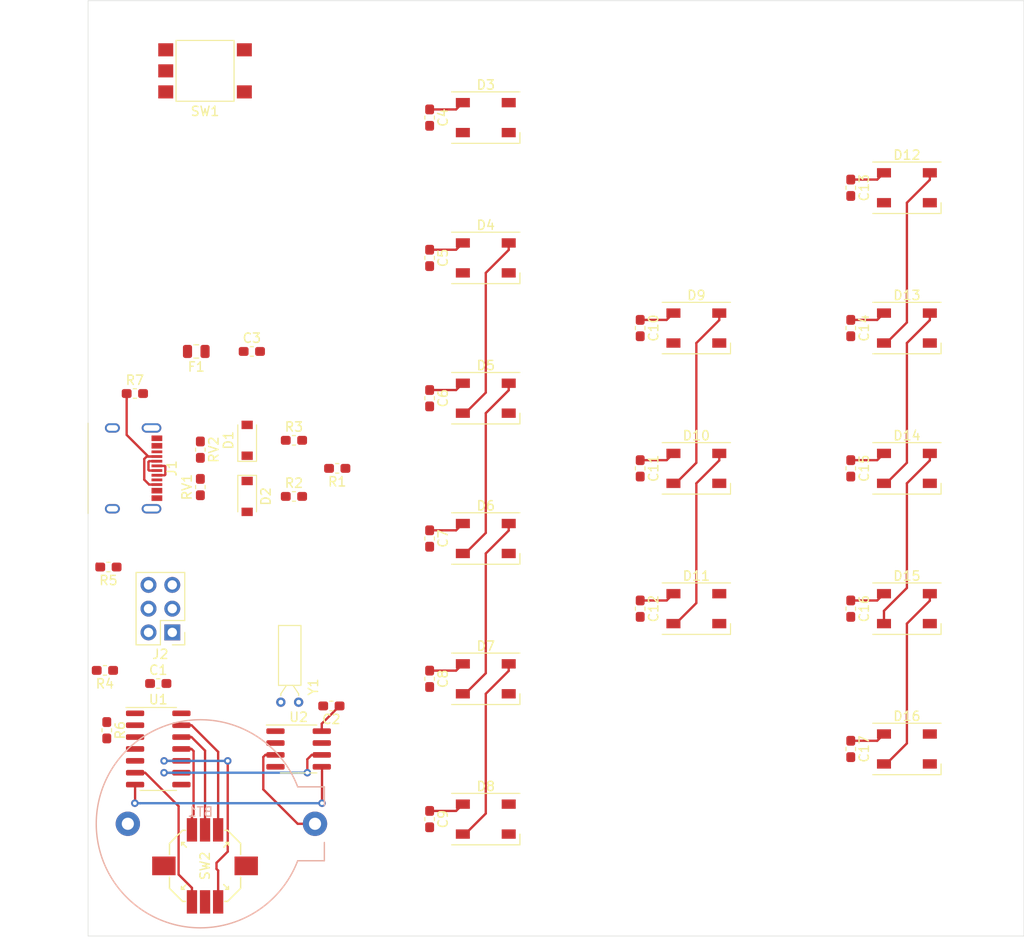
<source format=kicad_pcb>
(kicad_pcb (version 20171130) (host pcbnew 5.1.2)

  (general
    (thickness 1.6)
    (drawings 18)
    (tracks 148)
    (zones 0)
    (modules 51)
    (nets 39)
  )

  (page A4)
  (layers
    (0 F.Cu signal)
    (31 B.Cu signal)
    (32 B.Adhes user)
    (33 F.Adhes user)
    (34 B.Paste user)
    (35 F.Paste user)
    (36 B.SilkS user)
    (37 F.SilkS user)
    (38 B.Mask user)
    (39 F.Mask user)
    (40 Dwgs.User user)
    (41 Cmts.User user)
    (42 Eco1.User user)
    (43 Eco2.User user)
    (44 Edge.Cuts user)
    (45 Margin user)
    (46 B.CrtYd user)
    (47 F.CrtYd user)
    (48 B.Fab user)
    (49 F.Fab user)
  )

  (setup
    (last_trace_width 0.25)
    (trace_clearance 0.2)
    (zone_clearance 0.508)
    (zone_45_only no)
    (trace_min 0.2)
    (via_size 0.8)
    (via_drill 0.4)
    (via_min_size 0.4)
    (via_min_drill 0.3)
    (uvia_size 0.3)
    (uvia_drill 0.1)
    (uvias_allowed no)
    (uvia_min_size 0.2)
    (uvia_min_drill 0.1)
    (edge_width 0.05)
    (segment_width 0.2)
    (pcb_text_width 0.3)
    (pcb_text_size 1.5 1.5)
    (mod_edge_width 0.12)
    (mod_text_size 1 1)
    (mod_text_width 0.15)
    (pad_size 1.524 1.524)
    (pad_drill 0.762)
    (pad_to_mask_clearance 0.051)
    (solder_mask_min_width 0.25)
    (aux_axis_origin 0 0)
    (visible_elements FFFFFF7F)
    (pcbplotparams
      (layerselection 0x010fc_ffffffff)
      (usegerberextensions false)
      (usegerberattributes false)
      (usegerberadvancedattributes false)
      (creategerberjobfile false)
      (excludeedgelayer true)
      (linewidth 0.100000)
      (plotframeref false)
      (viasonmask false)
      (mode 1)
      (useauxorigin false)
      (hpglpennumber 1)
      (hpglpenspeed 20)
      (hpglpendiameter 15.000000)
      (psnegative false)
      (psa4output false)
      (plotreference true)
      (plotvalue true)
      (plotinvisibletext false)
      (padsonsilk false)
      (subtractmaskfromsilk false)
      (outputformat 1)
      (mirror false)
      (drillshape 1)
      (scaleselection 1)
      (outputdirectory ""))
  )

  (net 0 "")
  (net 1 "Net-(BT1-Pad1)")
  (net 2 GND)
  (net 3 +5V)
  (net 4 "Net-(D1-Pad1)")
  (net 5 "Net-(D2-Pad1)")
  (net 6 "Net-(D3-Pad4)")
  (net 7 "Net-(D3-Pad2)")
  (net 8 "Net-(D4-Pad2)")
  (net 9 "Net-(D5-Pad2)")
  (net 10 "Net-(D6-Pad2)")
  (net 11 "Net-(D7-Pad2)")
  (net 12 "Net-(D8-Pad2)")
  (net 13 "Net-(D10-Pad4)")
  (net 14 "Net-(D10-Pad2)")
  (net 15 "Net-(D11-Pad2)")
  (net 16 "Net-(D12-Pad2)")
  (net 17 "Net-(D13-Pad2)")
  (net 18 "Net-(D14-Pad2)")
  (net 19 "Net-(D15-Pad2)")
  (net 20 "Net-(D16-Pad2)")
  (net 21 "Net-(F1-Pad2)")
  (net 22 "Net-(J1-PadA5)")
  (net 23 "Net-(J1-PadA8)")
  (net 24 "Net-(J1-PadB8)")
  (net 25 "Net-(J2-Pad1)")
  (net 26 "Net-(J2-Pad3)")
  (net 27 "Net-(J2-Pad4)")
  (net 28 "Net-(J2-Pad5)")
  (net 29 "Net-(R2-Pad2)")
  (net 30 "Net-(R3-Pad2)")
  (net 31 "Net-(SW2-Pad1)")
  (net 32 "Net-(SW2-Pad3)")
  (net 33 "Net-(SW2-Pad2)")
  (net 34 "Net-(SW2-Pad4)")
  (net 35 "Net-(SW2-Pad6)")
  (net 36 "Net-(U2-Pad1)")
  (net 37 "Net-(U2-Pad2)")
  (net 38 "Net-(U2-Pad7)")

  (net_class Default "This is the default net class."
    (clearance 0.2)
    (trace_width 0.25)
    (via_dia 0.8)
    (via_drill 0.4)
    (uvia_dia 0.3)
    (uvia_drill 0.1)
    (add_net +5V)
    (add_net GND)
    (add_net "Net-(BT1-Pad1)")
    (add_net "Net-(D1-Pad1)")
    (add_net "Net-(D10-Pad2)")
    (add_net "Net-(D10-Pad4)")
    (add_net "Net-(D11-Pad2)")
    (add_net "Net-(D12-Pad2)")
    (add_net "Net-(D13-Pad2)")
    (add_net "Net-(D14-Pad2)")
    (add_net "Net-(D15-Pad2)")
    (add_net "Net-(D16-Pad2)")
    (add_net "Net-(D2-Pad1)")
    (add_net "Net-(D3-Pad2)")
    (add_net "Net-(D3-Pad4)")
    (add_net "Net-(D4-Pad2)")
    (add_net "Net-(D5-Pad2)")
    (add_net "Net-(D6-Pad2)")
    (add_net "Net-(D7-Pad2)")
    (add_net "Net-(D8-Pad2)")
    (add_net "Net-(F1-Pad2)")
    (add_net "Net-(J1-PadA5)")
    (add_net "Net-(J1-PadA8)")
    (add_net "Net-(J1-PadB8)")
    (add_net "Net-(J2-Pad1)")
    (add_net "Net-(J2-Pad3)")
    (add_net "Net-(J2-Pad4)")
    (add_net "Net-(J2-Pad5)")
    (add_net "Net-(R2-Pad2)")
    (add_net "Net-(R3-Pad2)")
    (add_net "Net-(SW2-Pad1)")
    (add_net "Net-(SW2-Pad2)")
    (add_net "Net-(SW2-Pad3)")
    (add_net "Net-(SW2-Pad4)")
    (add_net "Net-(SW2-Pad6)")
    (add_net "Net-(U2-Pad1)")
    (add_net "Net-(U2-Pad2)")
    (add_net "Net-(U2-Pad7)")
  )

  (module LED_SMD:LED_SK6812_PLCC4_5.0x5.0mm_P3.2mm (layer F.Cu) (tedit 5AA4B263) (tstamp 5CC874B7)
    (at 137.5 130)
    (descr https://cdn-shop.adafruit.com/product-files/1138/SK6812+LED+datasheet+.pdf)
    (tags "LED RGB NeoPixel")
    (path /5C8DD37D)
    (attr smd)
    (fp_text reference D16 (at 0 -3.5) (layer F.SilkS)
      (effects (font (size 1 1) (thickness 0.15)))
    )
    (fp_text value SK6812 (at 0 4) (layer F.Fab)
      (effects (font (size 1 1) (thickness 0.15)))
    )
    (fp_circle (center 0 0) (end 0 -2) (layer F.Fab) (width 0.1))
    (fp_line (start 3.65 2.75) (end 3.65 1.6) (layer F.SilkS) (width 0.12))
    (fp_line (start -3.65 2.75) (end 3.65 2.75) (layer F.SilkS) (width 0.12))
    (fp_line (start -3.65 -2.75) (end 3.65 -2.75) (layer F.SilkS) (width 0.12))
    (fp_line (start 2.5 -2.5) (end -2.5 -2.5) (layer F.Fab) (width 0.1))
    (fp_line (start 2.5 2.5) (end 2.5 -2.5) (layer F.Fab) (width 0.1))
    (fp_line (start -2.5 2.5) (end 2.5 2.5) (layer F.Fab) (width 0.1))
    (fp_line (start -2.5 -2.5) (end -2.5 2.5) (layer F.Fab) (width 0.1))
    (fp_line (start 2.5 1.5) (end 1.5 2.5) (layer F.Fab) (width 0.1))
    (fp_line (start -3.45 -2.75) (end -3.45 2.75) (layer F.CrtYd) (width 0.05))
    (fp_line (start -3.45 2.75) (end 3.45 2.75) (layer F.CrtYd) (width 0.05))
    (fp_line (start 3.45 2.75) (end 3.45 -2.75) (layer F.CrtYd) (width 0.05))
    (fp_line (start 3.45 -2.75) (end -3.45 -2.75) (layer F.CrtYd) (width 0.05))
    (fp_text user %R (at 0 0) (layer F.Fab)
      (effects (font (size 0.8 0.8) (thickness 0.15)))
    )
    (pad 3 smd rect (at -2.45 -1.6) (size 1.5 1) (layers F.Cu F.Paste F.Mask)
      (net 3 +5V))
    (pad 4 smd rect (at -2.45 1.6) (size 1.5 1) (layers F.Cu F.Paste F.Mask)
      (net 19 "Net-(D15-Pad2)"))
    (pad 2 smd rect (at 2.45 -1.6) (size 1.5 1) (layers F.Cu F.Paste F.Mask)
      (net 20 "Net-(D16-Pad2)"))
    (pad 1 smd rect (at 2.45 1.6) (size 1.5 1) (layers F.Cu F.Paste F.Mask)
      (net 2 GND))
    (model ${KISYS3DMOD}/LED_SMD.3dshapes/LED_SK6812_PLCC4_5.0x5.0mm_P3.2mm.wrl
      (at (xyz 0 0 0))
      (scale (xyz 1 1 1))
      (rotate (xyz 0 0 0))
    )
  )

  (module LED_SMD:LED_SK6812_PLCC4_5.0x5.0mm_P3.2mm (layer F.Cu) (tedit 5AA4B263) (tstamp 5CC86DF3)
    (at 115 100)
    (descr https://cdn-shop.adafruit.com/product-files/1138/SK6812+LED+datasheet+.pdf)
    (tags "LED RGB NeoPixel")
    (path /5C8DC526)
    (attr smd)
    (fp_text reference D10 (at 0 -3.5) (layer F.SilkS)
      (effects (font (size 1 1) (thickness 0.15)))
    )
    (fp_text value SK6812 (at 0 4) (layer F.Fab)
      (effects (font (size 1 1) (thickness 0.15)))
    )
    (fp_circle (center 0 0) (end 0 -2) (layer F.Fab) (width 0.1))
    (fp_line (start 3.65 2.75) (end 3.65 1.6) (layer F.SilkS) (width 0.12))
    (fp_line (start -3.65 2.75) (end 3.65 2.75) (layer F.SilkS) (width 0.12))
    (fp_line (start -3.65 -2.75) (end 3.65 -2.75) (layer F.SilkS) (width 0.12))
    (fp_line (start 2.5 -2.5) (end -2.5 -2.5) (layer F.Fab) (width 0.1))
    (fp_line (start 2.5 2.5) (end 2.5 -2.5) (layer F.Fab) (width 0.1))
    (fp_line (start -2.5 2.5) (end 2.5 2.5) (layer F.Fab) (width 0.1))
    (fp_line (start -2.5 -2.5) (end -2.5 2.5) (layer F.Fab) (width 0.1))
    (fp_line (start 2.5 1.5) (end 1.5 2.5) (layer F.Fab) (width 0.1))
    (fp_line (start -3.45 -2.75) (end -3.45 2.75) (layer F.CrtYd) (width 0.05))
    (fp_line (start -3.45 2.75) (end 3.45 2.75) (layer F.CrtYd) (width 0.05))
    (fp_line (start 3.45 2.75) (end 3.45 -2.75) (layer F.CrtYd) (width 0.05))
    (fp_line (start 3.45 -2.75) (end -3.45 -2.75) (layer F.CrtYd) (width 0.05))
    (fp_text user %R (at 0 0) (layer F.Fab)
      (effects (font (size 0.8 0.8) (thickness 0.15)))
    )
    (pad 3 smd rect (at -2.45 -1.6) (size 1.5 1) (layers F.Cu F.Paste F.Mask)
      (net 3 +5V))
    (pad 4 smd rect (at -2.45 1.6) (size 1.5 1) (layers F.Cu F.Paste F.Mask)
      (net 13 "Net-(D10-Pad4)"))
    (pad 2 smd rect (at 2.45 -1.6) (size 1.5 1) (layers F.Cu F.Paste F.Mask)
      (net 14 "Net-(D10-Pad2)"))
    (pad 1 smd rect (at 2.45 1.6) (size 1.5 1) (layers F.Cu F.Paste F.Mask)
      (net 2 GND))
    (model ${KISYS3DMOD}/LED_SMD.3dshapes/LED_SK6812_PLCC4_5.0x5.0mm_P3.2mm.wrl
      (at (xyz 0 0 0))
      (scale (xyz 1 1 1))
      (rotate (xyz 0 0 0))
    )
  )

  (module Clock_Footprints:K1-5203UA-01 (layer F.Cu) (tedit 5CC7BF90) (tstamp 5CC7E314)
    (at 62.5 142.5 90)
    (path /5CC8B05F)
    (fp_text reference SW2 (at 0 0 90) (layer F.SilkS)
      (effects (font (size 1 1) (thickness 0.15)))
    )
    (fp_text value SW_5_Way (at 0 -6.6 90) (layer F.Fab)
      (effects (font (size 1 1) (thickness 0.15)))
    )
    (fp_line (start 2.5 -2.5) (end 2.5 -2.2) (layer F.SilkS) (width 0.15))
    (fp_line (start -2.501785 -2.517307) (end -2.501785 -2.217307) (layer F.SilkS) (width 0.15))
    (fp_line (start -2.501785 -2.517307) (end -2.001785 -2.017307) (layer F.SilkS) (width 0.15))
    (fp_line (start -2.501785 -2.517307) (end -2.201785 -2.517307) (layer F.SilkS) (width 0.15))
    (fp_line (start 2.5 -2.5) (end 2 -2) (layer F.SilkS) (width 0.15))
    (fp_line (start 2.5 -2.5) (end 2.2 -2.5) (layer F.SilkS) (width 0.15))
    (fp_line (start 2.501785 2.517307) (end 2.201785 2.517307) (layer F.SilkS) (width 0.15))
    (fp_line (start 2.501785 2.517307) (end 2.001785 2.017307) (layer F.SilkS) (width 0.15))
    (fp_line (start 2.501785 2.517307) (end 2.501785 2.217307) (layer F.SilkS) (width 0.15))
    (fp_line (start -2.5 2.5) (end -2 2) (layer F.SilkS) (width 0.15))
    (fp_line (start -2.5 2.5) (end -2.2 2.5) (layer F.SilkS) (width 0.15))
    (fp_line (start -2.5 2.5) (end -2.5 2.2) (layer F.SilkS) (width 0.15))
    (fp_line (start -3.8 -2.4) (end -3.8 -2.1) (layer F.SilkS) (width 0.15))
    (fp_line (start -2.4 -3.8) (end -3.8 -2.4) (layer F.SilkS) (width 0.15))
    (fp_line (start -1.2 -3.8) (end -2.4 -3.8) (layer F.SilkS) (width 0.15))
    (fp_line (start -3.8 2.4) (end -3.8 2.1) (layer F.SilkS) (width 0.15))
    (fp_line (start -2.4 3.8) (end -3.8 2.4) (layer F.SilkS) (width 0.15))
    (fp_line (start -1.2 3.8) (end -2.4 3.8) (layer F.SilkS) (width 0.15))
    (fp_line (start 2.4 3.8) (end 1.2 3.8) (layer F.SilkS) (width 0.15))
    (fp_line (start 3.8 2.4) (end 2.4 3.8) (layer F.SilkS) (width 0.15))
    (fp_line (start 3.8 2.1) (end 3.8 2.4) (layer F.SilkS) (width 0.15))
    (fp_line (start 3.8 -2.4) (end 3.8 -2.1) (layer F.SilkS) (width 0.15))
    (fp_line (start 2.4 -3.8) (end 3.8 -2.4) (layer F.SilkS) (width 0.15))
    (fp_line (start 1.2 -3.8) (end 2.4 -3.8) (layer F.SilkS) (width 0.15))
    (pad 6 smd rect (at -3.85 -1.4 270) (size 2.5 1.1) (layers F.Cu F.Paste F.Mask)
      (net 35 "Net-(SW2-Pad6)"))
    (pad 4 smd rect (at -3.85 1.4 270) (size 2.5 1.1) (layers F.Cu F.Paste F.Mask)
      (net 34 "Net-(SW2-Pad4)"))
    (pad 5 smd rect (at -3.85 0 270) (size 2.5 1.1) (layers F.Cu F.Paste F.Mask)
      (net 2 GND))
    (pad "" smd rect (at 0 4.4 90) (size 2 2.5) (layers F.Cu F.Paste F.Mask))
    (pad "" smd rect (at 0 -4.4 90) (size 2 2.5) (layers F.Cu F.Paste F.Mask))
    (pad "" np_thru_hole circle (at 0 1.9 90) (size 0.7 0.7) (drill 0.7) (layers *.Cu))
    (pad "" np_thru_hole circle (at 0 -1.9 90) (size 1 1) (drill 1) (layers *.Cu *.Mask))
    (pad 2 smd rect (at 3.85 0 90) (size 2.5 1.1) (layers F.Cu F.Paste F.Mask)
      (net 33 "Net-(SW2-Pad2)"))
    (pad 3 smd rect (at 3.85 -1.4 90) (size 2.5 1.1) (layers F.Cu F.Paste F.Mask)
      (net 32 "Net-(SW2-Pad3)"))
    (pad 1 smd rect (at 3.85 1.4 90) (size 2.5 1.1) (layers F.Cu F.Paste F.Mask)
      (net 31 "Net-(SW2-Pad1)"))
  )

  (module Clock_Footprints:BS-2-1 (layer B.Cu) (tedit 5CC29FE5) (tstamp 5CC7E708)
    (at 62 138)
    (descr "CR2032 Battery Holder, https://datasheet.lcsc.com/szlcsc/Q-J-BS-2-1_C70376.pdf")
    (tags "CR2032 battery holder clip")
    (path /5C8C5B35)
    (fp_text reference BT1 (at 0 -1.27) (layer B.SilkS)
      (effects (font (size 1 1) (thickness 0.15)) (justify mirror))
    )
    (fp_text value CR3032 (at 0 0.5) (layer B.Fab)
      (effects (font (size 1 1) (thickness 0.15)) (justify mirror))
    )
    (fp_line (start 13.25 3.95) (end 13.25 2) (layer B.SilkS) (width 0.15))
    (fp_line (start 13.25 3.95) (end 10.4 3.95) (layer B.SilkS) (width 0.15))
    (fp_line (start 13.25 -3.95) (end 10.4 -3.95) (layer B.SilkS) (width 0.15))
    (fp_arc (start 0 0) (end 10.399999 3.949999) (angle 318.4056754) (layer B.SilkS) (width 0.15))
    (fp_line (start -12.7 12.7) (end 15.24 12.7) (layer F.CrtYd) (width 0.12))
    (fp_line (start 15.24 12.7) (end 15.24 -12.7) (layer F.CrtYd) (width 0.12))
    (fp_line (start 15.24 -12.7) (end -12.7 -12.7) (layer F.CrtYd) (width 0.12))
    (fp_line (start -12.7 -12.7) (end -12.7 12.7) (layer F.CrtYd) (width 0.12))
    (fp_line (start 13.25 -2) (end 13.25 -3.95) (layer B.SilkS) (width 0.15))
    (pad 1 thru_hole circle (at 12.25 0) (size 2.6 2.6) (drill 1.3) (layers *.Cu *.Mask)
      (net 1 "Net-(BT1-Pad1)"))
    (pad 2 thru_hole circle (at -7.75 0) (size 2.6 2.6) (drill 1.3) (layers *.Cu *.Mask)
      (net 2 GND))
  )

  (module Capacitor_SMD:C_0603_1608Metric_Pad1.05x0.95mm_HandSolder (layer F.Cu) (tedit 5B301BBE) (tstamp 5CC85184)
    (at 57.5 123)
    (descr "Capacitor SMD 0603 (1608 Metric), square (rectangular) end terminal, IPC_7351 nominal with elongated pad for handsoldering. (Body size source: http://www.tortai-tech.com/upload/download/2011102023233369053.pdf), generated with kicad-footprint-generator")
    (tags "capacitor handsolder")
    (path /5CA72617)
    (attr smd)
    (fp_text reference C1 (at 0 -1.43) (layer F.SilkS)
      (effects (font (size 1 1) (thickness 0.15)))
    )
    (fp_text value 104 (at 0 1.43) (layer F.Fab)
      (effects (font (size 1 1) (thickness 0.15)))
    )
    (fp_text user %R (at 0 0) (layer F.Fab)
      (effects (font (size 0.4 0.4) (thickness 0.06)))
    )
    (fp_line (start 1.65 0.73) (end -1.65 0.73) (layer F.CrtYd) (width 0.05))
    (fp_line (start 1.65 -0.73) (end 1.65 0.73) (layer F.CrtYd) (width 0.05))
    (fp_line (start -1.65 -0.73) (end 1.65 -0.73) (layer F.CrtYd) (width 0.05))
    (fp_line (start -1.65 0.73) (end -1.65 -0.73) (layer F.CrtYd) (width 0.05))
    (fp_line (start -0.171267 0.51) (end 0.171267 0.51) (layer F.SilkS) (width 0.12))
    (fp_line (start -0.171267 -0.51) (end 0.171267 -0.51) (layer F.SilkS) (width 0.12))
    (fp_line (start 0.8 0.4) (end -0.8 0.4) (layer F.Fab) (width 0.1))
    (fp_line (start 0.8 -0.4) (end 0.8 0.4) (layer F.Fab) (width 0.1))
    (fp_line (start -0.8 -0.4) (end 0.8 -0.4) (layer F.Fab) (width 0.1))
    (fp_line (start -0.8 0.4) (end -0.8 -0.4) (layer F.Fab) (width 0.1))
    (pad 2 smd roundrect (at 0.875 0) (size 1.05 0.95) (layers F.Cu F.Paste F.Mask) (roundrect_rratio 0.25)
      (net 2 GND))
    (pad 1 smd roundrect (at -0.875 0) (size 1.05 0.95) (layers F.Cu F.Paste F.Mask) (roundrect_rratio 0.25)
      (net 3 +5V))
    (model ${KISYS3DMOD}/Capacitor_SMD.3dshapes/C_0603_1608Metric.wrl
      (at (xyz 0 0 0))
      (scale (xyz 1 1 1))
      (rotate (xyz 0 0 0))
    )
  )

  (module Capacitor_SMD:C_0603_1608Metric_Pad1.05x0.95mm_HandSolder (layer F.Cu) (tedit 5B301BBE) (tstamp 5CC7C88C)
    (at 76 125.4 180)
    (descr "Capacitor SMD 0603 (1608 Metric), square (rectangular) end terminal, IPC_7351 nominal with elongated pad for handsoldering. (Body size source: http://www.tortai-tech.com/upload/download/2011102023233369053.pdf), generated with kicad-footprint-generator")
    (tags "capacitor handsolder")
    (path /5CA3337C)
    (attr smd)
    (fp_text reference C2 (at 0 -1.43) (layer F.SilkS)
      (effects (font (size 1 1) (thickness 0.15)))
    )
    (fp_text value 104 (at 0 1.43) (layer F.Fab)
      (effects (font (size 1 1) (thickness 0.15)))
    )
    (fp_line (start -0.8 0.4) (end -0.8 -0.4) (layer F.Fab) (width 0.1))
    (fp_line (start -0.8 -0.4) (end 0.8 -0.4) (layer F.Fab) (width 0.1))
    (fp_line (start 0.8 -0.4) (end 0.8 0.4) (layer F.Fab) (width 0.1))
    (fp_line (start 0.8 0.4) (end -0.8 0.4) (layer F.Fab) (width 0.1))
    (fp_line (start -0.171267 -0.51) (end 0.171267 -0.51) (layer F.SilkS) (width 0.12))
    (fp_line (start -0.171267 0.51) (end 0.171267 0.51) (layer F.SilkS) (width 0.12))
    (fp_line (start -1.65 0.73) (end -1.65 -0.73) (layer F.CrtYd) (width 0.05))
    (fp_line (start -1.65 -0.73) (end 1.65 -0.73) (layer F.CrtYd) (width 0.05))
    (fp_line (start 1.65 -0.73) (end 1.65 0.73) (layer F.CrtYd) (width 0.05))
    (fp_line (start 1.65 0.73) (end -1.65 0.73) (layer F.CrtYd) (width 0.05))
    (fp_text user %R (at 0 0) (layer F.Fab)
      (effects (font (size 0.4 0.4) (thickness 0.06)))
    )
    (pad 1 smd roundrect (at -0.875 0 180) (size 1.05 0.95) (layers F.Cu F.Paste F.Mask) (roundrect_rratio 0.25)
      (net 3 +5V))
    (pad 2 smd roundrect (at 0.875 0 180) (size 1.05 0.95) (layers F.Cu F.Paste F.Mask) (roundrect_rratio 0.25)
      (net 2 GND))
    (model ${KISYS3DMOD}/Capacitor_SMD.3dshapes/C_0603_1608Metric.wrl
      (at (xyz 0 0 0))
      (scale (xyz 1 1 1))
      (rotate (xyz 0 0 0))
    )
  )

  (module Capacitor_SMD:C_0603_1608Metric_Pad1.05x0.95mm_HandSolder (layer F.Cu) (tedit 5B301BBE) (tstamp 5CC7C89D)
    (at 67.5 87.5)
    (descr "Capacitor SMD 0603 (1608 Metric), square (rectangular) end terminal, IPC_7351 nominal with elongated pad for handsoldering. (Body size source: http://www.tortai-tech.com/upload/download/2011102023233369053.pdf), generated with kicad-footprint-generator")
    (tags "capacitor handsolder")
    (path /5CA32FD8)
    (attr smd)
    (fp_text reference C3 (at 0 -1.43) (layer F.SilkS)
      (effects (font (size 1 1) (thickness 0.15)))
    )
    (fp_text value 226 (at 0 1.43) (layer F.Fab)
      (effects (font (size 1 1) (thickness 0.15)))
    )
    (fp_text user %R (at 0 0) (layer F.Fab)
      (effects (font (size 0.4 0.4) (thickness 0.06)))
    )
    (fp_line (start 1.65 0.73) (end -1.65 0.73) (layer F.CrtYd) (width 0.05))
    (fp_line (start 1.65 -0.73) (end 1.65 0.73) (layer F.CrtYd) (width 0.05))
    (fp_line (start -1.65 -0.73) (end 1.65 -0.73) (layer F.CrtYd) (width 0.05))
    (fp_line (start -1.65 0.73) (end -1.65 -0.73) (layer F.CrtYd) (width 0.05))
    (fp_line (start -0.171267 0.51) (end 0.171267 0.51) (layer F.SilkS) (width 0.12))
    (fp_line (start -0.171267 -0.51) (end 0.171267 -0.51) (layer F.SilkS) (width 0.12))
    (fp_line (start 0.8 0.4) (end -0.8 0.4) (layer F.Fab) (width 0.1))
    (fp_line (start 0.8 -0.4) (end 0.8 0.4) (layer F.Fab) (width 0.1))
    (fp_line (start -0.8 -0.4) (end 0.8 -0.4) (layer F.Fab) (width 0.1))
    (fp_line (start -0.8 0.4) (end -0.8 -0.4) (layer F.Fab) (width 0.1))
    (pad 2 smd roundrect (at 0.875 0) (size 1.05 0.95) (layers F.Cu F.Paste F.Mask) (roundrect_rratio 0.25)
      (net 2 GND))
    (pad 1 smd roundrect (at -0.875 0) (size 1.05 0.95) (layers F.Cu F.Paste F.Mask) (roundrect_rratio 0.25)
      (net 3 +5V))
    (model ${KISYS3DMOD}/Capacitor_SMD.3dshapes/C_0603_1608Metric.wrl
      (at (xyz 0 0 0))
      (scale (xyz 1 1 1))
      (rotate (xyz 0 0 0))
    )
  )

  (module Capacitor_SMD:C_0603_1608Metric_Pad1.05x0.95mm_HandSolder (layer F.Cu) (tedit 5B301BBE) (tstamp 5CC7C8AE)
    (at 86.5 62.5 270)
    (descr "Capacitor SMD 0603 (1608 Metric), square (rectangular) end terminal, IPC_7351 nominal with elongated pad for handsoldering. (Body size source: http://www.tortai-tech.com/upload/download/2011102023233369053.pdf), generated with kicad-footprint-generator")
    (tags "capacitor handsolder")
    (path /5C8CB238)
    (attr smd)
    (fp_text reference C4 (at 0 -1.43 90) (layer F.SilkS)
      (effects (font (size 1 1) (thickness 0.15)))
    )
    (fp_text value 104 (at 0 1.43 90) (layer F.Fab)
      (effects (font (size 1 1) (thickness 0.15)))
    )
    (fp_text user %R (at 0 0 90) (layer F.Fab)
      (effects (font (size 0.4 0.4) (thickness 0.06)))
    )
    (fp_line (start 1.65 0.73) (end -1.65 0.73) (layer F.CrtYd) (width 0.05))
    (fp_line (start 1.65 -0.73) (end 1.65 0.73) (layer F.CrtYd) (width 0.05))
    (fp_line (start -1.65 -0.73) (end 1.65 -0.73) (layer F.CrtYd) (width 0.05))
    (fp_line (start -1.65 0.73) (end -1.65 -0.73) (layer F.CrtYd) (width 0.05))
    (fp_line (start -0.171267 0.51) (end 0.171267 0.51) (layer F.SilkS) (width 0.12))
    (fp_line (start -0.171267 -0.51) (end 0.171267 -0.51) (layer F.SilkS) (width 0.12))
    (fp_line (start 0.8 0.4) (end -0.8 0.4) (layer F.Fab) (width 0.1))
    (fp_line (start 0.8 -0.4) (end 0.8 0.4) (layer F.Fab) (width 0.1))
    (fp_line (start -0.8 -0.4) (end 0.8 -0.4) (layer F.Fab) (width 0.1))
    (fp_line (start -0.8 0.4) (end -0.8 -0.4) (layer F.Fab) (width 0.1))
    (pad 2 smd roundrect (at 0.875 0 270) (size 1.05 0.95) (layers F.Cu F.Paste F.Mask) (roundrect_rratio 0.25)
      (net 2 GND))
    (pad 1 smd roundrect (at -0.875 0 270) (size 1.05 0.95) (layers F.Cu F.Paste F.Mask) (roundrect_rratio 0.25)
      (net 3 +5V))
    (model ${KISYS3DMOD}/Capacitor_SMD.3dshapes/C_0603_1608Metric.wrl
      (at (xyz 0 0 0))
      (scale (xyz 1 1 1))
      (rotate (xyz 0 0 0))
    )
  )

  (module Capacitor_SMD:C_0603_1608Metric_Pad1.05x0.95mm_HandSolder (layer F.Cu) (tedit 5B301BBE) (tstamp 5CC7C8BF)
    (at 86.5 77.5 270)
    (descr "Capacitor SMD 0603 (1608 Metric), square (rectangular) end terminal, IPC_7351 nominal with elongated pad for handsoldering. (Body size source: http://www.tortai-tech.com/upload/download/2011102023233369053.pdf), generated with kicad-footprint-generator")
    (tags "capacitor handsolder")
    (path /5C8CC884)
    (attr smd)
    (fp_text reference C5 (at 0 -1.43 90) (layer F.SilkS)
      (effects (font (size 1 1) (thickness 0.15)))
    )
    (fp_text value 104 (at 0 1.43 90) (layer F.Fab)
      (effects (font (size 1 1) (thickness 0.15)))
    )
    (fp_line (start -0.8 0.4) (end -0.8 -0.4) (layer F.Fab) (width 0.1))
    (fp_line (start -0.8 -0.4) (end 0.8 -0.4) (layer F.Fab) (width 0.1))
    (fp_line (start 0.8 -0.4) (end 0.8 0.4) (layer F.Fab) (width 0.1))
    (fp_line (start 0.8 0.4) (end -0.8 0.4) (layer F.Fab) (width 0.1))
    (fp_line (start -0.171267 -0.51) (end 0.171267 -0.51) (layer F.SilkS) (width 0.12))
    (fp_line (start -0.171267 0.51) (end 0.171267 0.51) (layer F.SilkS) (width 0.12))
    (fp_line (start -1.65 0.73) (end -1.65 -0.73) (layer F.CrtYd) (width 0.05))
    (fp_line (start -1.65 -0.73) (end 1.65 -0.73) (layer F.CrtYd) (width 0.05))
    (fp_line (start 1.65 -0.73) (end 1.65 0.73) (layer F.CrtYd) (width 0.05))
    (fp_line (start 1.65 0.73) (end -1.65 0.73) (layer F.CrtYd) (width 0.05))
    (fp_text user %R (at 0 0 270) (layer F.Fab)
      (effects (font (size 0.4 0.4) (thickness 0.06)))
    )
    (pad 1 smd roundrect (at -0.875 0 270) (size 1.05 0.95) (layers F.Cu F.Paste F.Mask) (roundrect_rratio 0.25)
      (net 3 +5V))
    (pad 2 smd roundrect (at 0.875 0 270) (size 1.05 0.95) (layers F.Cu F.Paste F.Mask) (roundrect_rratio 0.25)
      (net 2 GND))
    (model ${KISYS3DMOD}/Capacitor_SMD.3dshapes/C_0603_1608Metric.wrl
      (at (xyz 0 0 0))
      (scale (xyz 1 1 1))
      (rotate (xyz 0 0 0))
    )
  )

  (module Capacitor_SMD:C_0603_1608Metric_Pad1.05x0.95mm_HandSolder (layer F.Cu) (tedit 5B301BBE) (tstamp 5CC7C8D0)
    (at 86.5 92.5 270)
    (descr "Capacitor SMD 0603 (1608 Metric), square (rectangular) end terminal, IPC_7351 nominal with elongated pad for handsoldering. (Body size source: http://www.tortai-tech.com/upload/download/2011102023233369053.pdf), generated with kicad-footprint-generator")
    (tags "capacitor handsolder")
    (path /5C8CCD6B)
    (attr smd)
    (fp_text reference C6 (at 0 -1.43 90) (layer F.SilkS)
      (effects (font (size 1 1) (thickness 0.15)))
    )
    (fp_text value 104 (at 0 1.43 90) (layer F.Fab)
      (effects (font (size 1 1) (thickness 0.15)))
    )
    (fp_text user %R (at 0 0 90) (layer F.Fab)
      (effects (font (size 0.4 0.4) (thickness 0.06)))
    )
    (fp_line (start 1.65 0.73) (end -1.65 0.73) (layer F.CrtYd) (width 0.05))
    (fp_line (start 1.65 -0.73) (end 1.65 0.73) (layer F.CrtYd) (width 0.05))
    (fp_line (start -1.65 -0.73) (end 1.65 -0.73) (layer F.CrtYd) (width 0.05))
    (fp_line (start -1.65 0.73) (end -1.65 -0.73) (layer F.CrtYd) (width 0.05))
    (fp_line (start -0.171267 0.51) (end 0.171267 0.51) (layer F.SilkS) (width 0.12))
    (fp_line (start -0.171267 -0.51) (end 0.171267 -0.51) (layer F.SilkS) (width 0.12))
    (fp_line (start 0.8 0.4) (end -0.8 0.4) (layer F.Fab) (width 0.1))
    (fp_line (start 0.8 -0.4) (end 0.8 0.4) (layer F.Fab) (width 0.1))
    (fp_line (start -0.8 -0.4) (end 0.8 -0.4) (layer F.Fab) (width 0.1))
    (fp_line (start -0.8 0.4) (end -0.8 -0.4) (layer F.Fab) (width 0.1))
    (pad 2 smd roundrect (at 0.875 0 270) (size 1.05 0.95) (layers F.Cu F.Paste F.Mask) (roundrect_rratio 0.25)
      (net 2 GND))
    (pad 1 smd roundrect (at -0.875 0 270) (size 1.05 0.95) (layers F.Cu F.Paste F.Mask) (roundrect_rratio 0.25)
      (net 3 +5V))
    (model ${KISYS3DMOD}/Capacitor_SMD.3dshapes/C_0603_1608Metric.wrl
      (at (xyz 0 0 0))
      (scale (xyz 1 1 1))
      (rotate (xyz 0 0 0))
    )
  )

  (module Capacitor_SMD:C_0603_1608Metric_Pad1.05x0.95mm_HandSolder (layer F.Cu) (tedit 5B301BBE) (tstamp 5CC7C8E1)
    (at 86.5 107.5 270)
    (descr "Capacitor SMD 0603 (1608 Metric), square (rectangular) end terminal, IPC_7351 nominal with elongated pad for handsoldering. (Body size source: http://www.tortai-tech.com/upload/download/2011102023233369053.pdf), generated with kicad-footprint-generator")
    (tags "capacitor handsolder")
    (path /5C8CD33B)
    (attr smd)
    (fp_text reference C7 (at 0 -1.43 90) (layer F.SilkS)
      (effects (font (size 1 1) (thickness 0.15)))
    )
    (fp_text value 104 (at 0 1.43 90) (layer F.Fab)
      (effects (font (size 1 1) (thickness 0.15)))
    )
    (fp_line (start -0.8 0.4) (end -0.8 -0.4) (layer F.Fab) (width 0.1))
    (fp_line (start -0.8 -0.4) (end 0.8 -0.4) (layer F.Fab) (width 0.1))
    (fp_line (start 0.8 -0.4) (end 0.8 0.4) (layer F.Fab) (width 0.1))
    (fp_line (start 0.8 0.4) (end -0.8 0.4) (layer F.Fab) (width 0.1))
    (fp_line (start -0.171267 -0.51) (end 0.171267 -0.51) (layer F.SilkS) (width 0.12))
    (fp_line (start -0.171267 0.51) (end 0.171267 0.51) (layer F.SilkS) (width 0.12))
    (fp_line (start -1.65 0.73) (end -1.65 -0.73) (layer F.CrtYd) (width 0.05))
    (fp_line (start -1.65 -0.73) (end 1.65 -0.73) (layer F.CrtYd) (width 0.05))
    (fp_line (start 1.65 -0.73) (end 1.65 0.73) (layer F.CrtYd) (width 0.05))
    (fp_line (start 1.65 0.73) (end -1.65 0.73) (layer F.CrtYd) (width 0.05))
    (fp_text user %R (at 0 0 90) (layer F.Fab)
      (effects (font (size 0.4 0.4) (thickness 0.06)))
    )
    (pad 1 smd roundrect (at -0.875 0 270) (size 1.05 0.95) (layers F.Cu F.Paste F.Mask) (roundrect_rratio 0.25)
      (net 3 +5V))
    (pad 2 smd roundrect (at 0.875 0 270) (size 1.05 0.95) (layers F.Cu F.Paste F.Mask) (roundrect_rratio 0.25)
      (net 2 GND))
    (model ${KISYS3DMOD}/Capacitor_SMD.3dshapes/C_0603_1608Metric.wrl
      (at (xyz 0 0 0))
      (scale (xyz 1 1 1))
      (rotate (xyz 0 0 0))
    )
  )

  (module Capacitor_SMD:C_0603_1608Metric_Pad1.05x0.95mm_HandSolder (layer F.Cu) (tedit 5B301BBE) (tstamp 5CC7C8F2)
    (at 86.5 122.5 270)
    (descr "Capacitor SMD 0603 (1608 Metric), square (rectangular) end terminal, IPC_7351 nominal with elongated pad for handsoldering. (Body size source: http://www.tortai-tech.com/upload/download/2011102023233369053.pdf), generated with kicad-footprint-generator")
    (tags "capacitor handsolder")
    (path /5C8CD956)
    (attr smd)
    (fp_text reference C8 (at 0 -1.43 90) (layer F.SilkS)
      (effects (font (size 1 1) (thickness 0.15)))
    )
    (fp_text value 104 (at 0 1.43 90) (layer F.Fab)
      (effects (font (size 1 1) (thickness 0.15)))
    )
    (fp_text user %R (at 0 0 90) (layer F.Fab)
      (effects (font (size 0.4 0.4) (thickness 0.06)))
    )
    (fp_line (start 1.65 0.73) (end -1.65 0.73) (layer F.CrtYd) (width 0.05))
    (fp_line (start 1.65 -0.73) (end 1.65 0.73) (layer F.CrtYd) (width 0.05))
    (fp_line (start -1.65 -0.73) (end 1.65 -0.73) (layer F.CrtYd) (width 0.05))
    (fp_line (start -1.65 0.73) (end -1.65 -0.73) (layer F.CrtYd) (width 0.05))
    (fp_line (start -0.171267 0.51) (end 0.171267 0.51) (layer F.SilkS) (width 0.12))
    (fp_line (start -0.171267 -0.51) (end 0.171267 -0.51) (layer F.SilkS) (width 0.12))
    (fp_line (start 0.8 0.4) (end -0.8 0.4) (layer F.Fab) (width 0.1))
    (fp_line (start 0.8 -0.4) (end 0.8 0.4) (layer F.Fab) (width 0.1))
    (fp_line (start -0.8 -0.4) (end 0.8 -0.4) (layer F.Fab) (width 0.1))
    (fp_line (start -0.8 0.4) (end -0.8 -0.4) (layer F.Fab) (width 0.1))
    (pad 2 smd roundrect (at 0.875 0 270) (size 1.05 0.95) (layers F.Cu F.Paste F.Mask) (roundrect_rratio 0.25)
      (net 2 GND))
    (pad 1 smd roundrect (at -0.875 0 270) (size 1.05 0.95) (layers F.Cu F.Paste F.Mask) (roundrect_rratio 0.25)
      (net 3 +5V))
    (model ${KISYS3DMOD}/Capacitor_SMD.3dshapes/C_0603_1608Metric.wrl
      (at (xyz 0 0 0))
      (scale (xyz 1 1 1))
      (rotate (xyz 0 0 0))
    )
  )

  (module Capacitor_SMD:C_0603_1608Metric_Pad1.05x0.95mm_HandSolder (layer F.Cu) (tedit 5B301BBE) (tstamp 5CC7C903)
    (at 86.5 137.5 270)
    (descr "Capacitor SMD 0603 (1608 Metric), square (rectangular) end terminal, IPC_7351 nominal with elongated pad for handsoldering. (Body size source: http://www.tortai-tech.com/upload/download/2011102023233369053.pdf), generated with kicad-footprint-generator")
    (tags "capacitor handsolder")
    (path /5C8CE00E)
    (attr smd)
    (fp_text reference C9 (at 0 -1.43 90) (layer F.SilkS)
      (effects (font (size 1 1) (thickness 0.15)))
    )
    (fp_text value 104 (at 0 1.43 90) (layer F.Fab)
      (effects (font (size 1 1) (thickness 0.15)))
    )
    (fp_line (start -0.8 0.4) (end -0.8 -0.4) (layer F.Fab) (width 0.1))
    (fp_line (start -0.8 -0.4) (end 0.8 -0.4) (layer F.Fab) (width 0.1))
    (fp_line (start 0.8 -0.4) (end 0.8 0.4) (layer F.Fab) (width 0.1))
    (fp_line (start 0.8 0.4) (end -0.8 0.4) (layer F.Fab) (width 0.1))
    (fp_line (start -0.171267 -0.51) (end 0.171267 -0.51) (layer F.SilkS) (width 0.12))
    (fp_line (start -0.171267 0.51) (end 0.171267 0.51) (layer F.SilkS) (width 0.12))
    (fp_line (start -1.65 0.73) (end -1.65 -0.73) (layer F.CrtYd) (width 0.05))
    (fp_line (start -1.65 -0.73) (end 1.65 -0.73) (layer F.CrtYd) (width 0.05))
    (fp_line (start 1.65 -0.73) (end 1.65 0.73) (layer F.CrtYd) (width 0.05))
    (fp_line (start 1.65 0.73) (end -1.65 0.73) (layer F.CrtYd) (width 0.05))
    (fp_text user %R (at 0 0 90) (layer F.Fab)
      (effects (font (size 0.4 0.4) (thickness 0.06)))
    )
    (pad 1 smd roundrect (at -0.875 0 270) (size 1.05 0.95) (layers F.Cu F.Paste F.Mask) (roundrect_rratio 0.25)
      (net 3 +5V))
    (pad 2 smd roundrect (at 0.875 0 270) (size 1.05 0.95) (layers F.Cu F.Paste F.Mask) (roundrect_rratio 0.25)
      (net 2 GND))
    (model ${KISYS3DMOD}/Capacitor_SMD.3dshapes/C_0603_1608Metric.wrl
      (at (xyz 0 0 0))
      (scale (xyz 1 1 1))
      (rotate (xyz 0 0 0))
    )
  )

  (module Capacitor_SMD:C_0603_1608Metric_Pad1.05x0.95mm_HandSolder (layer F.Cu) (tedit 5B301BBE) (tstamp 5CC86F4A)
    (at 109 85 270)
    (descr "Capacitor SMD 0603 (1608 Metric), square (rectangular) end terminal, IPC_7351 nominal with elongated pad for handsoldering. (Body size source: http://www.tortai-tech.com/upload/download/2011102023233369053.pdf), generated with kicad-footprint-generator")
    (tags "capacitor handsolder")
    (path /5C8DC554)
    (attr smd)
    (fp_text reference C10 (at 0 -1.43 90) (layer F.SilkS)
      (effects (font (size 1 1) (thickness 0.15)))
    )
    (fp_text value 104 (at 0 1.43 90) (layer F.Fab)
      (effects (font (size 1 1) (thickness 0.15)))
    )
    (fp_line (start -0.8 0.4) (end -0.8 -0.4) (layer F.Fab) (width 0.1))
    (fp_line (start -0.8 -0.4) (end 0.8 -0.4) (layer F.Fab) (width 0.1))
    (fp_line (start 0.8 -0.4) (end 0.8 0.4) (layer F.Fab) (width 0.1))
    (fp_line (start 0.8 0.4) (end -0.8 0.4) (layer F.Fab) (width 0.1))
    (fp_line (start -0.171267 -0.51) (end 0.171267 -0.51) (layer F.SilkS) (width 0.12))
    (fp_line (start -0.171267 0.51) (end 0.171267 0.51) (layer F.SilkS) (width 0.12))
    (fp_line (start -1.65 0.73) (end -1.65 -0.73) (layer F.CrtYd) (width 0.05))
    (fp_line (start -1.65 -0.73) (end 1.65 -0.73) (layer F.CrtYd) (width 0.05))
    (fp_line (start 1.65 -0.73) (end 1.65 0.73) (layer F.CrtYd) (width 0.05))
    (fp_line (start 1.65 0.73) (end -1.65 0.73) (layer F.CrtYd) (width 0.05))
    (fp_text user %R (at 0 0.5 90) (layer F.Fab)
      (effects (font (size 0.4 0.4) (thickness 0.06)))
    )
    (pad 1 smd roundrect (at -0.875 0 270) (size 1.05 0.95) (layers F.Cu F.Paste F.Mask) (roundrect_rratio 0.25)
      (net 3 +5V))
    (pad 2 smd roundrect (at 0.875 0 270) (size 1.05 0.95) (layers F.Cu F.Paste F.Mask) (roundrect_rratio 0.25)
      (net 2 GND))
    (model ${KISYS3DMOD}/Capacitor_SMD.3dshapes/C_0603_1608Metric.wrl
      (at (xyz 0 0 0))
      (scale (xyz 1 1 1))
      (rotate (xyz 0 0 0))
    )
  )

  (module Capacitor_SMD:C_0603_1608Metric_Pad1.05x0.95mm_HandSolder (layer F.Cu) (tedit 5B301BBE) (tstamp 5CC7C925)
    (at 109 100 270)
    (descr "Capacitor SMD 0603 (1608 Metric), square (rectangular) end terminal, IPC_7351 nominal with elongated pad for handsoldering. (Body size source: http://www.tortai-tech.com/upload/download/2011102023233369053.pdf), generated with kicad-footprint-generator")
    (tags "capacitor handsolder")
    (path /5C8DC568)
    (attr smd)
    (fp_text reference C11 (at 0 -1.43 90) (layer F.SilkS)
      (effects (font (size 1 1) (thickness 0.15)))
    )
    (fp_text value 104 (at 0 1.43 90) (layer F.Fab)
      (effects (font (size 1 1) (thickness 0.15)))
    )
    (fp_line (start -0.8 0.4) (end -0.8 -0.4) (layer F.Fab) (width 0.1))
    (fp_line (start -0.8 -0.4) (end 0.8 -0.4) (layer F.Fab) (width 0.1))
    (fp_line (start 0.8 -0.4) (end 0.8 0.4) (layer F.Fab) (width 0.1))
    (fp_line (start 0.8 0.4) (end -0.8 0.4) (layer F.Fab) (width 0.1))
    (fp_line (start -0.171267 -0.51) (end 0.171267 -0.51) (layer F.SilkS) (width 0.12))
    (fp_line (start -0.171267 0.51) (end 0.171267 0.51) (layer F.SilkS) (width 0.12))
    (fp_line (start -1.65 0.73) (end -1.65 -0.73) (layer F.CrtYd) (width 0.05))
    (fp_line (start -1.65 -0.73) (end 1.65 -0.73) (layer F.CrtYd) (width 0.05))
    (fp_line (start 1.65 -0.73) (end 1.65 0.73) (layer F.CrtYd) (width 0.05))
    (fp_line (start 1.65 0.73) (end -1.65 0.73) (layer F.CrtYd) (width 0.05))
    (fp_text user %R (at 0 0 90) (layer F.Fab)
      (effects (font (size 0.4 0.4) (thickness 0.06)))
    )
    (pad 1 smd roundrect (at -0.875 0 270) (size 1.05 0.95) (layers F.Cu F.Paste F.Mask) (roundrect_rratio 0.25)
      (net 3 +5V))
    (pad 2 smd roundrect (at 0.875 0 270) (size 1.05 0.95) (layers F.Cu F.Paste F.Mask) (roundrect_rratio 0.25)
      (net 2 GND))
    (model ${KISYS3DMOD}/Capacitor_SMD.3dshapes/C_0603_1608Metric.wrl
      (at (xyz 0 0 0))
      (scale (xyz 1 1 1))
      (rotate (xyz 0 0 0))
    )
  )

  (module Capacitor_SMD:C_0603_1608Metric_Pad1.05x0.95mm_HandSolder (layer F.Cu) (tedit 5B301BBE) (tstamp 5CC86CA2)
    (at 109 115 270)
    (descr "Capacitor SMD 0603 (1608 Metric), square (rectangular) end terminal, IPC_7351 nominal with elongated pad for handsoldering. (Body size source: http://www.tortai-tech.com/upload/download/2011102023233369053.pdf), generated with kicad-footprint-generator")
    (tags "capacitor handsolder")
    (path /5C8DC57C)
    (attr smd)
    (fp_text reference C12 (at 0 -1.43 90) (layer F.SilkS)
      (effects (font (size 1 1) (thickness 0.15)))
    )
    (fp_text value 104 (at 0 1.43 90) (layer F.Fab)
      (effects (font (size 1 1) (thickness 0.15)))
    )
    (fp_text user %R (at 0 0 90) (layer F.Fab)
      (effects (font (size 0.4 0.4) (thickness 0.06)))
    )
    (fp_line (start 1.65 0.73) (end -1.65 0.73) (layer F.CrtYd) (width 0.05))
    (fp_line (start 1.65 -0.73) (end 1.65 0.73) (layer F.CrtYd) (width 0.05))
    (fp_line (start -1.65 -0.73) (end 1.65 -0.73) (layer F.CrtYd) (width 0.05))
    (fp_line (start -1.65 0.73) (end -1.65 -0.73) (layer F.CrtYd) (width 0.05))
    (fp_line (start -0.171267 0.51) (end 0.171267 0.51) (layer F.SilkS) (width 0.12))
    (fp_line (start -0.171267 -0.51) (end 0.171267 -0.51) (layer F.SilkS) (width 0.12))
    (fp_line (start 0.8 0.4) (end -0.8 0.4) (layer F.Fab) (width 0.1))
    (fp_line (start 0.8 -0.4) (end 0.8 0.4) (layer F.Fab) (width 0.1))
    (fp_line (start -0.8 -0.4) (end 0.8 -0.4) (layer F.Fab) (width 0.1))
    (fp_line (start -0.8 0.4) (end -0.8 -0.4) (layer F.Fab) (width 0.1))
    (pad 2 smd roundrect (at 0.875 0 270) (size 1.05 0.95) (layers F.Cu F.Paste F.Mask) (roundrect_rratio 0.25)
      (net 2 GND))
    (pad 1 smd roundrect (at -0.875 0 270) (size 1.05 0.95) (layers F.Cu F.Paste F.Mask) (roundrect_rratio 0.25)
      (net 3 +5V))
    (model ${KISYS3DMOD}/Capacitor_SMD.3dshapes/C_0603_1608Metric.wrl
      (at (xyz 0 0 0))
      (scale (xyz 1 1 1))
      (rotate (xyz 0 0 0))
    )
  )

  (module Capacitor_SMD:C_0603_1608Metric_Pad1.05x0.95mm_HandSolder (layer F.Cu) (tedit 5B301BBE) (tstamp 5CC7C947)
    (at 131.5 70 270)
    (descr "Capacitor SMD 0603 (1608 Metric), square (rectangular) end terminal, IPC_7351 nominal with elongated pad for handsoldering. (Body size source: http://www.tortai-tech.com/upload/download/2011102023233369053.pdf), generated with kicad-footprint-generator")
    (tags "capacitor handsolder")
    (path /5C8DD3A5)
    (attr smd)
    (fp_text reference C13 (at 0 -1.43 90) (layer F.SilkS)
      (effects (font (size 1 1) (thickness 0.15)))
    )
    (fp_text value 104 (at 0 1.43 90) (layer F.Fab)
      (effects (font (size 1 1) (thickness 0.15)))
    )
    (fp_line (start -0.8 0.4) (end -0.8 -0.4) (layer F.Fab) (width 0.1))
    (fp_line (start -0.8 -0.4) (end 0.8 -0.4) (layer F.Fab) (width 0.1))
    (fp_line (start 0.8 -0.4) (end 0.8 0.4) (layer F.Fab) (width 0.1))
    (fp_line (start 0.8 0.4) (end -0.8 0.4) (layer F.Fab) (width 0.1))
    (fp_line (start -0.171267 -0.51) (end 0.171267 -0.51) (layer F.SilkS) (width 0.12))
    (fp_line (start -0.171267 0.51) (end 0.171267 0.51) (layer F.SilkS) (width 0.12))
    (fp_line (start -1.65 0.73) (end -1.65 -0.73) (layer F.CrtYd) (width 0.05))
    (fp_line (start -1.65 -0.73) (end 1.65 -0.73) (layer F.CrtYd) (width 0.05))
    (fp_line (start 1.65 -0.73) (end 1.65 0.73) (layer F.CrtYd) (width 0.05))
    (fp_line (start 1.65 0.73) (end -1.65 0.73) (layer F.CrtYd) (width 0.05))
    (fp_text user %R (at 0 0 90) (layer F.Fab)
      (effects (font (size 0.4 0.4) (thickness 0.06)))
    )
    (pad 1 smd roundrect (at -0.875 0 270) (size 1.05 0.95) (layers F.Cu F.Paste F.Mask) (roundrect_rratio 0.25)
      (net 3 +5V))
    (pad 2 smd roundrect (at 0.875 0 270) (size 1.05 0.95) (layers F.Cu F.Paste F.Mask) (roundrect_rratio 0.25)
      (net 2 GND))
    (model ${KISYS3DMOD}/Capacitor_SMD.3dshapes/C_0603_1608Metric.wrl
      (at (xyz 0 0 0))
      (scale (xyz 1 1 1))
      (rotate (xyz 0 0 0))
    )
  )

  (module Capacitor_SMD:C_0603_1608Metric_Pad1.05x0.95mm_HandSolder (layer F.Cu) (tedit 5B301BBE) (tstamp 5CC7C958)
    (at 131.5 85 270)
    (descr "Capacitor SMD 0603 (1608 Metric), square (rectangular) end terminal, IPC_7351 nominal with elongated pad for handsoldering. (Body size source: http://www.tortai-tech.com/upload/download/2011102023233369053.pdf), generated with kicad-footprint-generator")
    (tags "capacitor handsolder")
    (path /5C8DD3B9)
    (attr smd)
    (fp_text reference C14 (at 0 -1.43 90) (layer F.SilkS)
      (effects (font (size 1 1) (thickness 0.15)))
    )
    (fp_text value 104 (at 0 1.43 90) (layer F.Fab)
      (effects (font (size 1 1) (thickness 0.15)))
    )
    (fp_text user %R (at 0 0 90) (layer F.Fab)
      (effects (font (size 0.4 0.4) (thickness 0.06)))
    )
    (fp_line (start 1.65 0.73) (end -1.65 0.73) (layer F.CrtYd) (width 0.05))
    (fp_line (start 1.65 -0.73) (end 1.65 0.73) (layer F.CrtYd) (width 0.05))
    (fp_line (start -1.65 -0.73) (end 1.65 -0.73) (layer F.CrtYd) (width 0.05))
    (fp_line (start -1.65 0.73) (end -1.65 -0.73) (layer F.CrtYd) (width 0.05))
    (fp_line (start -0.171267 0.51) (end 0.171267 0.51) (layer F.SilkS) (width 0.12))
    (fp_line (start -0.171267 -0.51) (end 0.171267 -0.51) (layer F.SilkS) (width 0.12))
    (fp_line (start 0.8 0.4) (end -0.8 0.4) (layer F.Fab) (width 0.1))
    (fp_line (start 0.8 -0.4) (end 0.8 0.4) (layer F.Fab) (width 0.1))
    (fp_line (start -0.8 -0.4) (end 0.8 -0.4) (layer F.Fab) (width 0.1))
    (fp_line (start -0.8 0.4) (end -0.8 -0.4) (layer F.Fab) (width 0.1))
    (pad 2 smd roundrect (at 0.875 0 270) (size 1.05 0.95) (layers F.Cu F.Paste F.Mask) (roundrect_rratio 0.25)
      (net 2 GND))
    (pad 1 smd roundrect (at -0.875 0 270) (size 1.05 0.95) (layers F.Cu F.Paste F.Mask) (roundrect_rratio 0.25)
      (net 3 +5V))
    (model ${KISYS3DMOD}/Capacitor_SMD.3dshapes/C_0603_1608Metric.wrl
      (at (xyz 0 0 0))
      (scale (xyz 1 1 1))
      (rotate (xyz 0 0 0))
    )
  )

  (module Capacitor_SMD:C_0603_1608Metric_Pad1.05x0.95mm_HandSolder (layer F.Cu) (tedit 5B301BBE) (tstamp 5CC86F1A)
    (at 131.5 100 270)
    (descr "Capacitor SMD 0603 (1608 Metric), square (rectangular) end terminal, IPC_7351 nominal with elongated pad for handsoldering. (Body size source: http://www.tortai-tech.com/upload/download/2011102023233369053.pdf), generated with kicad-footprint-generator")
    (tags "capacitor handsolder")
    (path /5C8DD3CD)
    (attr smd)
    (fp_text reference C15 (at 0 -1.43 90) (layer F.SilkS)
      (effects (font (size 1 1) (thickness 0.15)))
    )
    (fp_text value 104 (at 0 1.43 90) (layer F.Fab)
      (effects (font (size 1 1) (thickness 0.15)))
    )
    (fp_line (start -0.8 0.4) (end -0.8 -0.4) (layer F.Fab) (width 0.1))
    (fp_line (start -0.8 -0.4) (end 0.8 -0.4) (layer F.Fab) (width 0.1))
    (fp_line (start 0.8 -0.4) (end 0.8 0.4) (layer F.Fab) (width 0.1))
    (fp_line (start 0.8 0.4) (end -0.8 0.4) (layer F.Fab) (width 0.1))
    (fp_line (start -0.171267 -0.51) (end 0.171267 -0.51) (layer F.SilkS) (width 0.12))
    (fp_line (start -0.171267 0.51) (end 0.171267 0.51) (layer F.SilkS) (width 0.12))
    (fp_line (start -1.65 0.73) (end -1.65 -0.73) (layer F.CrtYd) (width 0.05))
    (fp_line (start -1.65 -0.73) (end 1.65 -0.73) (layer F.CrtYd) (width 0.05))
    (fp_line (start 1.65 -0.73) (end 1.65 0.73) (layer F.CrtYd) (width 0.05))
    (fp_line (start 1.65 0.73) (end -1.65 0.73) (layer F.CrtYd) (width 0.05))
    (fp_text user %R (at 0 0 90) (layer F.Fab)
      (effects (font (size 0.4 0.4) (thickness 0.06)))
    )
    (pad 1 smd roundrect (at -0.875 0 270) (size 1.05 0.95) (layers F.Cu F.Paste F.Mask) (roundrect_rratio 0.25)
      (net 3 +5V))
    (pad 2 smd roundrect (at 0.875 0 270) (size 1.05 0.95) (layers F.Cu F.Paste F.Mask) (roundrect_rratio 0.25)
      (net 2 GND))
    (model ${KISYS3DMOD}/Capacitor_SMD.3dshapes/C_0603_1608Metric.wrl
      (at (xyz 0 0 0))
      (scale (xyz 1 1 1))
      (rotate (xyz 0 0 0))
    )
  )

  (module Capacitor_SMD:C_0603_1608Metric_Pad1.05x0.95mm_HandSolder (layer F.Cu) (tedit 5B301BBE) (tstamp 5CC88981)
    (at 131.5 115 270)
    (descr "Capacitor SMD 0603 (1608 Metric), square (rectangular) end terminal, IPC_7351 nominal with elongated pad for handsoldering. (Body size source: http://www.tortai-tech.com/upload/download/2011102023233369053.pdf), generated with kicad-footprint-generator")
    (tags "capacitor handsolder")
    (path /5C8DD3E1)
    (attr smd)
    (fp_text reference C16 (at 0 -1.43 90) (layer F.SilkS)
      (effects (font (size 1 1) (thickness 0.15)))
    )
    (fp_text value 104 (at 0 1.43 90) (layer F.Fab)
      (effects (font (size 1 1) (thickness 0.15)))
    )
    (fp_line (start -0.8 0.4) (end -0.8 -0.4) (layer F.Fab) (width 0.1))
    (fp_line (start -0.8 -0.4) (end 0.8 -0.4) (layer F.Fab) (width 0.1))
    (fp_line (start 0.8 -0.4) (end 0.8 0.4) (layer F.Fab) (width 0.1))
    (fp_line (start 0.8 0.4) (end -0.8 0.4) (layer F.Fab) (width 0.1))
    (fp_line (start -0.171267 -0.51) (end 0.171267 -0.51) (layer F.SilkS) (width 0.12))
    (fp_line (start -0.171267 0.51) (end 0.171267 0.51) (layer F.SilkS) (width 0.12))
    (fp_line (start -1.65 0.73) (end -1.65 -0.73) (layer F.CrtYd) (width 0.05))
    (fp_line (start -1.65 -0.73) (end 1.65 -0.73) (layer F.CrtYd) (width 0.05))
    (fp_line (start 1.65 -0.73) (end 1.65 0.73) (layer F.CrtYd) (width 0.05))
    (fp_line (start 1.65 0.73) (end -1.65 0.73) (layer F.CrtYd) (width 0.05))
    (fp_text user %R (at 0 0 90) (layer F.Fab)
      (effects (font (size 0.4 0.4) (thickness 0.06)))
    )
    (pad 1 smd roundrect (at -0.875 0 270) (size 1.05 0.95) (layers F.Cu F.Paste F.Mask) (roundrect_rratio 0.25)
      (net 3 +5V))
    (pad 2 smd roundrect (at 0.875 0 270) (size 1.05 0.95) (layers F.Cu F.Paste F.Mask) (roundrect_rratio 0.25)
      (net 2 GND))
    (model ${KISYS3DMOD}/Capacitor_SMD.3dshapes/C_0603_1608Metric.wrl
      (at (xyz 0 0 0))
      (scale (xyz 1 1 1))
      (rotate (xyz 0 0 0))
    )
  )

  (module Capacitor_SMD:C_0603_1608Metric_Pad1.05x0.95mm_HandSolder (layer F.Cu) (tedit 5B301BBE) (tstamp 5CC7C98B)
    (at 131.5 130 270)
    (descr "Capacitor SMD 0603 (1608 Metric), square (rectangular) end terminal, IPC_7351 nominal with elongated pad for handsoldering. (Body size source: http://www.tortai-tech.com/upload/download/2011102023233369053.pdf), generated with kicad-footprint-generator")
    (tags "capacitor handsolder")
    (path /5C8DD3F5)
    (attr smd)
    (fp_text reference C17 (at 0 -1.43 90) (layer F.SilkS)
      (effects (font (size 1 1) (thickness 0.15)))
    )
    (fp_text value 104 (at 0 1.43 90) (layer F.Fab)
      (effects (font (size 1 1) (thickness 0.15)))
    )
    (fp_text user %R (at 0 0 90) (layer F.Fab)
      (effects (font (size 0.4 0.4) (thickness 0.06)))
    )
    (fp_line (start 1.65 0.73) (end -1.65 0.73) (layer F.CrtYd) (width 0.05))
    (fp_line (start 1.65 -0.73) (end 1.65 0.73) (layer F.CrtYd) (width 0.05))
    (fp_line (start -1.65 -0.73) (end 1.65 -0.73) (layer F.CrtYd) (width 0.05))
    (fp_line (start -1.65 0.73) (end -1.65 -0.73) (layer F.CrtYd) (width 0.05))
    (fp_line (start -0.171267 0.51) (end 0.171267 0.51) (layer F.SilkS) (width 0.12))
    (fp_line (start -0.171267 -0.51) (end 0.171267 -0.51) (layer F.SilkS) (width 0.12))
    (fp_line (start 0.8 0.4) (end -0.8 0.4) (layer F.Fab) (width 0.1))
    (fp_line (start 0.8 -0.4) (end 0.8 0.4) (layer F.Fab) (width 0.1))
    (fp_line (start -0.8 -0.4) (end 0.8 -0.4) (layer F.Fab) (width 0.1))
    (fp_line (start -0.8 0.4) (end -0.8 -0.4) (layer F.Fab) (width 0.1))
    (pad 2 smd roundrect (at 0.875 0 270) (size 1.05 0.95) (layers F.Cu F.Paste F.Mask) (roundrect_rratio 0.25)
      (net 2 GND))
    (pad 1 smd roundrect (at -0.875 0 270) (size 1.05 0.95) (layers F.Cu F.Paste F.Mask) (roundrect_rratio 0.25)
      (net 3 +5V))
    (model ${KISYS3DMOD}/Capacitor_SMD.3dshapes/C_0603_1608Metric.wrl
      (at (xyz 0 0 0))
      (scale (xyz 1 1 1))
      (rotate (xyz 0 0 0))
    )
  )

  (module Diode_SMD:D_SOD-123 placed (layer F.Cu) (tedit 58645DC7) (tstamp 5CC8BB22)
    (at 67 97 90)
    (descr SOD-123)
    (tags SOD-123)
    (path /5CEE6E9B)
    (attr smd)
    (fp_text reference D1 (at 0 -2 90) (layer F.SilkS)
      (effects (font (size 1 1) (thickness 0.15)))
    )
    (fp_text value 3.6v (at 0 2.1 90) (layer F.Fab)
      (effects (font (size 1 1) (thickness 0.15)))
    )
    (fp_text user %R (at 0 -2 90) (layer F.Fab)
      (effects (font (size 1 1) (thickness 0.15)))
    )
    (fp_line (start -2.25 -1) (end -2.25 1) (layer F.SilkS) (width 0.12))
    (fp_line (start 0.25 0) (end 0.75 0) (layer F.Fab) (width 0.1))
    (fp_line (start 0.25 0.4) (end -0.35 0) (layer F.Fab) (width 0.1))
    (fp_line (start 0.25 -0.4) (end 0.25 0.4) (layer F.Fab) (width 0.1))
    (fp_line (start -0.35 0) (end 0.25 -0.4) (layer F.Fab) (width 0.1))
    (fp_line (start -0.35 0) (end -0.35 0.55) (layer F.Fab) (width 0.1))
    (fp_line (start -0.35 0) (end -0.35 -0.55) (layer F.Fab) (width 0.1))
    (fp_line (start -0.75 0) (end -0.35 0) (layer F.Fab) (width 0.1))
    (fp_line (start -1.4 0.9) (end -1.4 -0.9) (layer F.Fab) (width 0.1))
    (fp_line (start 1.4 0.9) (end -1.4 0.9) (layer F.Fab) (width 0.1))
    (fp_line (start 1.4 -0.9) (end 1.4 0.9) (layer F.Fab) (width 0.1))
    (fp_line (start -1.4 -0.9) (end 1.4 -0.9) (layer F.Fab) (width 0.1))
    (fp_line (start -2.35 -1.15) (end 2.35 -1.15) (layer F.CrtYd) (width 0.05))
    (fp_line (start 2.35 -1.15) (end 2.35 1.15) (layer F.CrtYd) (width 0.05))
    (fp_line (start 2.35 1.15) (end -2.35 1.15) (layer F.CrtYd) (width 0.05))
    (fp_line (start -2.35 -1.15) (end -2.35 1.15) (layer F.CrtYd) (width 0.05))
    (fp_line (start -2.25 1) (end 1.65 1) (layer F.SilkS) (width 0.12))
    (fp_line (start -2.25 -1) (end 1.65 -1) (layer F.SilkS) (width 0.12))
    (pad 1 smd rect (at -1.65 0 90) (size 0.9 1.2) (layers F.Cu F.Paste F.Mask)
      (net 4 "Net-(D1-Pad1)"))
    (pad 2 smd rect (at 1.65 0 90) (size 0.9 1.2) (layers F.Cu F.Paste F.Mask)
      (net 2 GND))
    (model ${KISYS3DMOD}/Diode_SMD.3dshapes/D_SOD-123.wrl
      (at (xyz 0 0 0))
      (scale (xyz 1 1 1))
      (rotate (xyz 0 0 0))
    )
  )

  (module Diode_SMD:D_SOD-123 placed (layer F.Cu) (tedit 58645DC7) (tstamp 5CC8BADA)
    (at 67 103 270)
    (descr SOD-123)
    (tags SOD-123)
    (path /5D18F272)
    (attr smd)
    (fp_text reference D2 (at 0 -2 90) (layer F.SilkS)
      (effects (font (size 1 1) (thickness 0.15)))
    )
    (fp_text value 3.6v (at 0 2.1 90) (layer F.Fab)
      (effects (font (size 1 1) (thickness 0.15)))
    )
    (fp_line (start -2.25 -1) (end 1.65 -1) (layer F.SilkS) (width 0.12))
    (fp_line (start -2.25 1) (end 1.65 1) (layer F.SilkS) (width 0.12))
    (fp_line (start -2.35 -1.15) (end -2.35 1.15) (layer F.CrtYd) (width 0.05))
    (fp_line (start 2.35 1.15) (end -2.35 1.15) (layer F.CrtYd) (width 0.05))
    (fp_line (start 2.35 -1.15) (end 2.35 1.15) (layer F.CrtYd) (width 0.05))
    (fp_line (start -2.35 -1.15) (end 2.35 -1.15) (layer F.CrtYd) (width 0.05))
    (fp_line (start -1.4 -0.9) (end 1.4 -0.9) (layer F.Fab) (width 0.1))
    (fp_line (start 1.4 -0.9) (end 1.4 0.9) (layer F.Fab) (width 0.1))
    (fp_line (start 1.4 0.9) (end -1.4 0.9) (layer F.Fab) (width 0.1))
    (fp_line (start -1.4 0.9) (end -1.4 -0.9) (layer F.Fab) (width 0.1))
    (fp_line (start -0.75 0) (end -0.35 0) (layer F.Fab) (width 0.1))
    (fp_line (start -0.35 0) (end -0.35 -0.55) (layer F.Fab) (width 0.1))
    (fp_line (start -0.35 0) (end -0.35 0.55) (layer F.Fab) (width 0.1))
    (fp_line (start -0.35 0) (end 0.25 -0.4) (layer F.Fab) (width 0.1))
    (fp_line (start 0.25 -0.4) (end 0.25 0.4) (layer F.Fab) (width 0.1))
    (fp_line (start 0.25 0.4) (end -0.35 0) (layer F.Fab) (width 0.1))
    (fp_line (start 0.25 0) (end 0.75 0) (layer F.Fab) (width 0.1))
    (fp_line (start -2.25 -1) (end -2.25 1) (layer F.SilkS) (width 0.12))
    (fp_text user %R (at 0 -2 90) (layer F.Fab)
      (effects (font (size 1 1) (thickness 0.15)))
    )
    (pad 2 smd rect (at 1.65 0 270) (size 0.9 1.2) (layers F.Cu F.Paste F.Mask)
      (net 2 GND))
    (pad 1 smd rect (at -1.65 0 270) (size 0.9 1.2) (layers F.Cu F.Paste F.Mask)
      (net 5 "Net-(D2-Pad1)"))
    (model ${KISYS3DMOD}/Diode_SMD.3dshapes/D_SOD-123.wrl
      (at (xyz 0 0 0))
      (scale (xyz 1 1 1))
      (rotate (xyz 0 0 0))
    )
  )

  (module LED_SMD:LED_SK6812_PLCC4_5.0x5.0mm_P3.2mm (layer F.Cu) (tedit 5AA4B263) (tstamp 5CC7C9D3)
    (at 92.5 62.5)
    (descr https://cdn-shop.adafruit.com/product-files/1138/SK6812+LED+datasheet+.pdf)
    (tags "LED RGB NeoPixel")
    (path /5BF0DECF)
    (attr smd)
    (fp_text reference D3 (at 0 -3.5) (layer F.SilkS)
      (effects (font (size 1 1) (thickness 0.15)))
    )
    (fp_text value SK6812 (at 0 4) (layer F.Fab)
      (effects (font (size 1 1) (thickness 0.15)))
    )
    (fp_circle (center 0 0) (end 0 -2) (layer F.Fab) (width 0.1))
    (fp_line (start 3.65 2.75) (end 3.65 1.6) (layer F.SilkS) (width 0.12))
    (fp_line (start -3.65 2.75) (end 3.65 2.75) (layer F.SilkS) (width 0.12))
    (fp_line (start -3.65 -2.75) (end 3.65 -2.75) (layer F.SilkS) (width 0.12))
    (fp_line (start 2.5 -2.5) (end -2.5 -2.5) (layer F.Fab) (width 0.1))
    (fp_line (start 2.5 2.5) (end 2.5 -2.5) (layer F.Fab) (width 0.1))
    (fp_line (start -2.5 2.5) (end 2.5 2.5) (layer F.Fab) (width 0.1))
    (fp_line (start -2.5 -2.5) (end -2.5 2.5) (layer F.Fab) (width 0.1))
    (fp_line (start 2.5 1.5) (end 1.5 2.5) (layer F.Fab) (width 0.1))
    (fp_line (start -3.45 -2.75) (end -3.45 2.75) (layer F.CrtYd) (width 0.05))
    (fp_line (start -3.45 2.75) (end 3.45 2.75) (layer F.CrtYd) (width 0.05))
    (fp_line (start 3.45 2.75) (end 3.45 -2.75) (layer F.CrtYd) (width 0.05))
    (fp_line (start 3.45 -2.75) (end -3.45 -2.75) (layer F.CrtYd) (width 0.05))
    (fp_text user %R (at 0 0) (layer F.Fab)
      (effects (font (size 0.8 0.8) (thickness 0.15)))
    )
    (pad 3 smd rect (at -2.45 -1.6) (size 1.5 1) (layers F.Cu F.Paste F.Mask)
      (net 3 +5V))
    (pad 4 smd rect (at -2.45 1.6) (size 1.5 1) (layers F.Cu F.Paste F.Mask)
      (net 6 "Net-(D3-Pad4)"))
    (pad 2 smd rect (at 2.45 -1.6) (size 1.5 1) (layers F.Cu F.Paste F.Mask)
      (net 7 "Net-(D3-Pad2)"))
    (pad 1 smd rect (at 2.45 1.6) (size 1.5 1) (layers F.Cu F.Paste F.Mask)
      (net 2 GND))
    (model ${KISYS3DMOD}/LED_SMD.3dshapes/LED_SK6812_PLCC4_5.0x5.0mm_P3.2mm.wrl
      (at (xyz 0 0 0))
      (scale (xyz 1 1 1))
      (rotate (xyz 0 0 0))
    )
  )

  (module LED_SMD:LED_SK6812_PLCC4_5.0x5.0mm_P3.2mm (layer F.Cu) (tedit 5AA4B263) (tstamp 5CC7DE8D)
    (at 92.5 77.5)
    (descr https://cdn-shop.adafruit.com/product-files/1138/SK6812+LED+datasheet+.pdf)
    (tags "LED RGB NeoPixel")
    (path /5BF0DEAA)
    (attr smd)
    (fp_text reference D4 (at 0 -3.5) (layer F.SilkS)
      (effects (font (size 1 1) (thickness 0.15)))
    )
    (fp_text value SK6812 (at 0 4) (layer F.Fab)
      (effects (font (size 1 1) (thickness 0.15)))
    )
    (fp_text user %R (at 0 0) (layer F.Fab)
      (effects (font (size 0.8 0.8) (thickness 0.15)))
    )
    (fp_line (start 3.45 -2.75) (end -3.45 -2.75) (layer F.CrtYd) (width 0.05))
    (fp_line (start 3.45 2.75) (end 3.45 -2.75) (layer F.CrtYd) (width 0.05))
    (fp_line (start -3.45 2.75) (end 3.45 2.75) (layer F.CrtYd) (width 0.05))
    (fp_line (start -3.45 -2.75) (end -3.45 2.75) (layer F.CrtYd) (width 0.05))
    (fp_line (start 2.5 1.5) (end 1.5 2.5) (layer F.Fab) (width 0.1))
    (fp_line (start -2.5 -2.5) (end -2.5 2.5) (layer F.Fab) (width 0.1))
    (fp_line (start -2.5 2.5) (end 2.5 2.5) (layer F.Fab) (width 0.1))
    (fp_line (start 2.5 2.5) (end 2.5 -2.5) (layer F.Fab) (width 0.1))
    (fp_line (start 2.5 -2.5) (end -2.5 -2.5) (layer F.Fab) (width 0.1))
    (fp_line (start -3.65 -2.75) (end 3.65 -2.75) (layer F.SilkS) (width 0.12))
    (fp_line (start -3.65 2.75) (end 3.65 2.75) (layer F.SilkS) (width 0.12))
    (fp_line (start 3.65 2.75) (end 3.65 1.6) (layer F.SilkS) (width 0.12))
    (fp_circle (center 0 0) (end 0 -2) (layer F.Fab) (width 0.1))
    (pad 1 smd rect (at 2.45 1.6) (size 1.5 1) (layers F.Cu F.Paste F.Mask)
      (net 2 GND))
    (pad 2 smd rect (at 2.45 -1.6) (size 1.5 1) (layers F.Cu F.Paste F.Mask)
      (net 8 "Net-(D4-Pad2)"))
    (pad 4 smd rect (at -2.45 1.6) (size 1.5 1) (layers F.Cu F.Paste F.Mask)
      (net 7 "Net-(D3-Pad2)"))
    (pad 3 smd rect (at -2.45 -1.6) (size 1.5 1) (layers F.Cu F.Paste F.Mask)
      (net 3 +5V))
    (model ${KISYS3DMOD}/LED_SMD.3dshapes/LED_SK6812_PLCC4_5.0x5.0mm_P3.2mm.wrl
      (at (xyz 0 0 0))
      (scale (xyz 1 1 1))
      (rotate (xyz 0 0 0))
    )
  )

  (module LED_SMD:LED_SK6812_PLCC4_5.0x5.0mm_P3.2mm (layer F.Cu) (tedit 5AA4B263) (tstamp 5CC7C9FF)
    (at 92.5 92.5)
    (descr https://cdn-shop.adafruit.com/product-files/1138/SK6812+LED+datasheet+.pdf)
    (tags "LED RGB NeoPixel")
    (path /5BF0DE94)
    (attr smd)
    (fp_text reference D5 (at 0 -3.5) (layer F.SilkS)
      (effects (font (size 1 1) (thickness 0.15)))
    )
    (fp_text value SK6812 (at 0 4) (layer F.Fab)
      (effects (font (size 1 1) (thickness 0.15)))
    )
    (fp_circle (center 0 0) (end 0 -2) (layer F.Fab) (width 0.1))
    (fp_line (start 3.65 2.75) (end 3.65 1.6) (layer F.SilkS) (width 0.12))
    (fp_line (start -3.65 2.75) (end 3.65 2.75) (layer F.SilkS) (width 0.12))
    (fp_line (start -3.65 -2.75) (end 3.65 -2.75) (layer F.SilkS) (width 0.12))
    (fp_line (start 2.5 -2.5) (end -2.5 -2.5) (layer F.Fab) (width 0.1))
    (fp_line (start 2.5 2.5) (end 2.5 -2.5) (layer F.Fab) (width 0.1))
    (fp_line (start -2.5 2.5) (end 2.5 2.5) (layer F.Fab) (width 0.1))
    (fp_line (start -2.5 -2.5) (end -2.5 2.5) (layer F.Fab) (width 0.1))
    (fp_line (start 2.5 1.5) (end 1.5 2.5) (layer F.Fab) (width 0.1))
    (fp_line (start -3.45 -2.75) (end -3.45 2.75) (layer F.CrtYd) (width 0.05))
    (fp_line (start -3.45 2.75) (end 3.45 2.75) (layer F.CrtYd) (width 0.05))
    (fp_line (start 3.45 2.75) (end 3.45 -2.75) (layer F.CrtYd) (width 0.05))
    (fp_line (start 3.45 -2.75) (end -3.45 -2.75) (layer F.CrtYd) (width 0.05))
    (fp_text user %R (at 0 0) (layer F.Fab)
      (effects (font (size 0.8 0.8) (thickness 0.15)))
    )
    (pad 3 smd rect (at -2.45 -1.6) (size 1.5 1) (layers F.Cu F.Paste F.Mask)
      (net 3 +5V))
    (pad 4 smd rect (at -2.45 1.6) (size 1.5 1) (layers F.Cu F.Paste F.Mask)
      (net 8 "Net-(D4-Pad2)"))
    (pad 2 smd rect (at 2.45 -1.6) (size 1.5 1) (layers F.Cu F.Paste F.Mask)
      (net 9 "Net-(D5-Pad2)"))
    (pad 1 smd rect (at 2.45 1.6) (size 1.5 1) (layers F.Cu F.Paste F.Mask)
      (net 2 GND))
    (model ${KISYS3DMOD}/LED_SMD.3dshapes/LED_SK6812_PLCC4_5.0x5.0mm_P3.2mm.wrl
      (at (xyz 0 0 0))
      (scale (xyz 1 1 1))
      (rotate (xyz 0 0 0))
    )
  )

  (module LED_SMD:LED_SK6812_PLCC4_5.0x5.0mm_P3.2mm (layer F.Cu) (tedit 5AA4B263) (tstamp 5CC7CA15)
    (at 92.5 107.5)
    (descr https://cdn-shop.adafruit.com/product-files/1138/SK6812+LED+datasheet+.pdf)
    (tags "LED RGB NeoPixel")
    (path /5BF0DE6F)
    (attr smd)
    (fp_text reference D6 (at 0 -3.5) (layer F.SilkS)
      (effects (font (size 1 1) (thickness 0.15)))
    )
    (fp_text value SK6812 (at 0 4) (layer F.Fab)
      (effects (font (size 1 1) (thickness 0.15)))
    )
    (fp_text user %R (at 0 0) (layer F.Fab)
      (effects (font (size 0.8 0.8) (thickness 0.15)))
    )
    (fp_line (start 3.45 -2.75) (end -3.45 -2.75) (layer F.CrtYd) (width 0.05))
    (fp_line (start 3.45 2.75) (end 3.45 -2.75) (layer F.CrtYd) (width 0.05))
    (fp_line (start -3.45 2.75) (end 3.45 2.75) (layer F.CrtYd) (width 0.05))
    (fp_line (start -3.45 -2.75) (end -3.45 2.75) (layer F.CrtYd) (width 0.05))
    (fp_line (start 2.5 1.5) (end 1.5 2.5) (layer F.Fab) (width 0.1))
    (fp_line (start -2.5 -2.5) (end -2.5 2.5) (layer F.Fab) (width 0.1))
    (fp_line (start -2.5 2.5) (end 2.5 2.5) (layer F.Fab) (width 0.1))
    (fp_line (start 2.5 2.5) (end 2.5 -2.5) (layer F.Fab) (width 0.1))
    (fp_line (start 2.5 -2.5) (end -2.5 -2.5) (layer F.Fab) (width 0.1))
    (fp_line (start -3.65 -2.75) (end 3.65 -2.75) (layer F.SilkS) (width 0.12))
    (fp_line (start -3.65 2.75) (end 3.65 2.75) (layer F.SilkS) (width 0.12))
    (fp_line (start 3.65 2.75) (end 3.65 1.6) (layer F.SilkS) (width 0.12))
    (fp_circle (center 0 0) (end 0 -2) (layer F.Fab) (width 0.1))
    (pad 1 smd rect (at 2.45 1.6) (size 1.5 1) (layers F.Cu F.Paste F.Mask)
      (net 2 GND))
    (pad 2 smd rect (at 2.45 -1.6) (size 1.5 1) (layers F.Cu F.Paste F.Mask)
      (net 10 "Net-(D6-Pad2)"))
    (pad 4 smd rect (at -2.45 1.6) (size 1.5 1) (layers F.Cu F.Paste F.Mask)
      (net 9 "Net-(D5-Pad2)"))
    (pad 3 smd rect (at -2.45 -1.6) (size 1.5 1) (layers F.Cu F.Paste F.Mask)
      (net 3 +5V))
    (model ${KISYS3DMOD}/LED_SMD.3dshapes/LED_SK6812_PLCC4_5.0x5.0mm_P3.2mm.wrl
      (at (xyz 0 0 0))
      (scale (xyz 1 1 1))
      (rotate (xyz 0 0 0))
    )
  )

  (module LED_SMD:LED_SK6812_PLCC4_5.0x5.0mm_P3.2mm (layer F.Cu) (tedit 5AA4B263) (tstamp 5CC7CA2B)
    (at 92.5 122.5)
    (descr https://cdn-shop.adafruit.com/product-files/1138/SK6812+LED+datasheet+.pdf)
    (tags "LED RGB NeoPixel")
    (path /5BF0DE1D)
    (attr smd)
    (fp_text reference D7 (at 0 -3.5) (layer F.SilkS)
      (effects (font (size 1 1) (thickness 0.15)))
    )
    (fp_text value SK6812 (at 0 4) (layer F.Fab)
      (effects (font (size 1 1) (thickness 0.15)))
    )
    (fp_circle (center 0 0) (end 0 -2) (layer F.Fab) (width 0.1))
    (fp_line (start 3.65 2.75) (end 3.65 1.6) (layer F.SilkS) (width 0.12))
    (fp_line (start -3.65 2.75) (end 3.65 2.75) (layer F.SilkS) (width 0.12))
    (fp_line (start -3.65 -2.75) (end 3.65 -2.75) (layer F.SilkS) (width 0.12))
    (fp_line (start 2.5 -2.5) (end -2.5 -2.5) (layer F.Fab) (width 0.1))
    (fp_line (start 2.5 2.5) (end 2.5 -2.5) (layer F.Fab) (width 0.1))
    (fp_line (start -2.5 2.5) (end 2.5 2.5) (layer F.Fab) (width 0.1))
    (fp_line (start -2.5 -2.5) (end -2.5 2.5) (layer F.Fab) (width 0.1))
    (fp_line (start 2.5 1.5) (end 1.5 2.5) (layer F.Fab) (width 0.1))
    (fp_line (start -3.45 -2.75) (end -3.45 2.75) (layer F.CrtYd) (width 0.05))
    (fp_line (start -3.45 2.75) (end 3.45 2.75) (layer F.CrtYd) (width 0.05))
    (fp_line (start 3.45 2.75) (end 3.45 -2.75) (layer F.CrtYd) (width 0.05))
    (fp_line (start 3.45 -2.75) (end -3.45 -2.75) (layer F.CrtYd) (width 0.05))
    (fp_text user %R (at 0 0) (layer F.Fab)
      (effects (font (size 0.8 0.8) (thickness 0.15)))
    )
    (pad 3 smd rect (at -2.45 -1.6) (size 1.5 1) (layers F.Cu F.Paste F.Mask)
      (net 3 +5V))
    (pad 4 smd rect (at -2.45 1.6) (size 1.5 1) (layers F.Cu F.Paste F.Mask)
      (net 10 "Net-(D6-Pad2)"))
    (pad 2 smd rect (at 2.45 -1.6) (size 1.5 1) (layers F.Cu F.Paste F.Mask)
      (net 11 "Net-(D7-Pad2)"))
    (pad 1 smd rect (at 2.45 1.6) (size 1.5 1) (layers F.Cu F.Paste F.Mask)
      (net 2 GND))
    (model ${KISYS3DMOD}/LED_SMD.3dshapes/LED_SK6812_PLCC4_5.0x5.0mm_P3.2mm.wrl
      (at (xyz 0 0 0))
      (scale (xyz 1 1 1))
      (rotate (xyz 0 0 0))
    )
  )

  (module LED_SMD:LED_SK6812_PLCC4_5.0x5.0mm_P3.2mm (layer F.Cu) (tedit 5AA4B263) (tstamp 5CC7CA41)
    (at 92.5 137.5)
    (descr https://cdn-shop.adafruit.com/product-files/1138/SK6812+LED+datasheet+.pdf)
    (tags "LED RGB NeoPixel")
    (path /5BF0DA5D)
    (attr smd)
    (fp_text reference D8 (at 0 -3.5) (layer F.SilkS)
      (effects (font (size 1 1) (thickness 0.15)))
    )
    (fp_text value SK6812 (at 0 4) (layer F.Fab)
      (effects (font (size 1 1) (thickness 0.15)))
    )
    (fp_text user %R (at 0 0) (layer F.Fab)
      (effects (font (size 0.8 0.8) (thickness 0.15)))
    )
    (fp_line (start 3.45 -2.75) (end -3.45 -2.75) (layer F.CrtYd) (width 0.05))
    (fp_line (start 3.45 2.75) (end 3.45 -2.75) (layer F.CrtYd) (width 0.05))
    (fp_line (start -3.45 2.75) (end 3.45 2.75) (layer F.CrtYd) (width 0.05))
    (fp_line (start -3.45 -2.75) (end -3.45 2.75) (layer F.CrtYd) (width 0.05))
    (fp_line (start 2.5 1.5) (end 1.5 2.5) (layer F.Fab) (width 0.1))
    (fp_line (start -2.5 -2.5) (end -2.5 2.5) (layer F.Fab) (width 0.1))
    (fp_line (start -2.5 2.5) (end 2.5 2.5) (layer F.Fab) (width 0.1))
    (fp_line (start 2.5 2.5) (end 2.5 -2.5) (layer F.Fab) (width 0.1))
    (fp_line (start 2.5 -2.5) (end -2.5 -2.5) (layer F.Fab) (width 0.1))
    (fp_line (start -3.65 -2.75) (end 3.65 -2.75) (layer F.SilkS) (width 0.12))
    (fp_line (start -3.65 2.75) (end 3.65 2.75) (layer F.SilkS) (width 0.12))
    (fp_line (start 3.65 2.75) (end 3.65 1.6) (layer F.SilkS) (width 0.12))
    (fp_circle (center 0 0) (end 0 -2) (layer F.Fab) (width 0.1))
    (pad 1 smd rect (at 2.45 1.6) (size 1.5 1) (layers F.Cu F.Paste F.Mask)
      (net 2 GND))
    (pad 2 smd rect (at 2.45 -1.6) (size 1.5 1) (layers F.Cu F.Paste F.Mask)
      (net 12 "Net-(D8-Pad2)"))
    (pad 4 smd rect (at -2.45 1.6) (size 1.5 1) (layers F.Cu F.Paste F.Mask)
      (net 11 "Net-(D7-Pad2)"))
    (pad 3 smd rect (at -2.45 -1.6) (size 1.5 1) (layers F.Cu F.Paste F.Mask)
      (net 3 +5V))
    (model ${KISYS3DMOD}/LED_SMD.3dshapes/LED_SK6812_PLCC4_5.0x5.0mm_P3.2mm.wrl
      (at (xyz 0 0 0))
      (scale (xyz 1 1 1))
      (rotate (xyz 0 0 0))
    )
  )

  (module LED_SMD:LED_SK6812_PLCC4_5.0x5.0mm_P3.2mm (layer F.Cu) (tedit 5AA4B263) (tstamp 5CC86E32)
    (at 115 85)
    (descr https://cdn-shop.adafruit.com/product-files/1138/SK6812+LED+datasheet+.pdf)
    (tags "LED RGB NeoPixel")
    (path /5C8DC52D)
    (attr smd)
    (fp_text reference D9 (at 0 -3.5) (layer F.SilkS)
      (effects (font (size 1 1) (thickness 0.15)))
    )
    (fp_text value SK6812 (at 0 4) (layer F.Fab)
      (effects (font (size 1 1) (thickness 0.15)))
    )
    (fp_text user %R (at 0 0) (layer F.Fab)
      (effects (font (size 0.8 0.8) (thickness 0.15)))
    )
    (fp_line (start 3.45 -2.75) (end -3.45 -2.75) (layer F.CrtYd) (width 0.05))
    (fp_line (start 3.45 2.75) (end 3.45 -2.75) (layer F.CrtYd) (width 0.05))
    (fp_line (start -3.45 2.75) (end 3.45 2.75) (layer F.CrtYd) (width 0.05))
    (fp_line (start -3.45 -2.75) (end -3.45 2.75) (layer F.CrtYd) (width 0.05))
    (fp_line (start 2.5 1.5) (end 1.5 2.5) (layer F.Fab) (width 0.1))
    (fp_line (start -2.5 -2.5) (end -2.5 2.5) (layer F.Fab) (width 0.1))
    (fp_line (start -2.5 2.5) (end 2.5 2.5) (layer F.Fab) (width 0.1))
    (fp_line (start 2.5 2.5) (end 2.5 -2.5) (layer F.Fab) (width 0.1))
    (fp_line (start 2.5 -2.5) (end -2.5 -2.5) (layer F.Fab) (width 0.1))
    (fp_line (start -3.65 -2.75) (end 3.65 -2.75) (layer F.SilkS) (width 0.12))
    (fp_line (start -3.65 2.75) (end 3.65 2.75) (layer F.SilkS) (width 0.12))
    (fp_line (start 3.65 2.75) (end 3.65 1.6) (layer F.SilkS) (width 0.12))
    (fp_circle (center 0 0) (end 0 -2) (layer F.Fab) (width 0.1))
    (pad 1 smd rect (at 2.45 1.6) (size 1.5 1) (layers F.Cu F.Paste F.Mask)
      (net 2 GND))
    (pad 2 smd rect (at 2.45 -1.6) (size 1.5 1) (layers F.Cu F.Paste F.Mask)
      (net 13 "Net-(D10-Pad4)"))
    (pad 4 smd rect (at -2.45 1.6) (size 1.5 1) (layers F.Cu F.Paste F.Mask)
      (net 12 "Net-(D8-Pad2)"))
    (pad 3 smd rect (at -2.45 -1.6) (size 1.5 1) (layers F.Cu F.Paste F.Mask)
      (net 3 +5V))
    (model ${KISYS3DMOD}/LED_SMD.3dshapes/LED_SK6812_PLCC4_5.0x5.0mm_P3.2mm.wrl
      (at (xyz 0 0 0))
      (scale (xyz 1 1 1))
      (rotate (xyz 0 0 0))
    )
  )

  (module LED_SMD:LED_SK6812_PLCC4_5.0x5.0mm_P3.2mm (layer F.Cu) (tedit 5AA4B263) (tstamp 5CC86CD7)
    (at 115 115)
    (descr https://cdn-shop.adafruit.com/product-files/1138/SK6812+LED+datasheet+.pdf)
    (tags "LED RGB NeoPixel")
    (path /5C8DC51F)
    (attr smd)
    (fp_text reference D11 (at 0 -3.5) (layer F.SilkS)
      (effects (font (size 1 1) (thickness 0.15)))
    )
    (fp_text value SK6812 (at 0 4) (layer F.Fab)
      (effects (font (size 1 1) (thickness 0.15)))
    )
    (fp_circle (center 0 0) (end 0 -2) (layer F.Fab) (width 0.1))
    (fp_line (start 3.65 2.75) (end 3.65 1.6) (layer F.SilkS) (width 0.12))
    (fp_line (start -3.65 2.75) (end 3.65 2.75) (layer F.SilkS) (width 0.12))
    (fp_line (start -3.65 -2.75) (end 3.65 -2.75) (layer F.SilkS) (width 0.12))
    (fp_line (start 2.5 -2.5) (end -2.5 -2.5) (layer F.Fab) (width 0.1))
    (fp_line (start 2.5 2.5) (end 2.5 -2.5) (layer F.Fab) (width 0.1))
    (fp_line (start -2.5 2.5) (end 2.5 2.5) (layer F.Fab) (width 0.1))
    (fp_line (start -2.5 -2.5) (end -2.5 2.5) (layer F.Fab) (width 0.1))
    (fp_line (start 2.5 1.5) (end 1.5 2.5) (layer F.Fab) (width 0.1))
    (fp_line (start -3.45 -2.75) (end -3.45 2.75) (layer F.CrtYd) (width 0.05))
    (fp_line (start -3.45 2.75) (end 3.45 2.75) (layer F.CrtYd) (width 0.05))
    (fp_line (start 3.45 2.75) (end 3.45 -2.75) (layer F.CrtYd) (width 0.05))
    (fp_line (start 3.45 -2.75) (end -3.45 -2.75) (layer F.CrtYd) (width 0.05))
    (fp_text user %R (at 0 0) (layer F.Fab)
      (effects (font (size 0.8 0.8) (thickness 0.15)))
    )
    (pad 3 smd rect (at -2.45 -1.6) (size 1.5 1) (layers F.Cu F.Paste F.Mask)
      (net 3 +5V))
    (pad 4 smd rect (at -2.45 1.6) (size 1.5 1) (layers F.Cu F.Paste F.Mask)
      (net 14 "Net-(D10-Pad2)"))
    (pad 2 smd rect (at 2.45 -1.6) (size 1.5 1) (layers F.Cu F.Paste F.Mask)
      (net 15 "Net-(D11-Pad2)"))
    (pad 1 smd rect (at 2.45 1.6) (size 1.5 1) (layers F.Cu F.Paste F.Mask)
      (net 2 GND))
    (model ${KISYS3DMOD}/LED_SMD.3dshapes/LED_SK6812_PLCC4_5.0x5.0mm_P3.2mm.wrl
      (at (xyz 0 0 0))
      (scale (xyz 1 1 1))
      (rotate (xyz 0 0 0))
    )
  )

  (module LED_SMD:LED_SK6812_PLCC4_5.0x5.0mm_P3.2mm (layer F.Cu) (tedit 5AA4B263) (tstamp 5CC875B3)
    (at 137.5 70)
    (descr https://cdn-shop.adafruit.com/product-files/1138/SK6812+LED+datasheet+.pdf)
    (tags "LED RGB NeoPixel")
    (path /5C8DD399)
    (attr smd)
    (fp_text reference D12 (at 0 -3.5) (layer F.SilkS)
      (effects (font (size 1 1) (thickness 0.15)))
    )
    (fp_text value SK6812 (at 0 4) (layer F.Fab)
      (effects (font (size 1 1) (thickness 0.15)))
    )
    (fp_text user %R (at 0 0) (layer F.Fab)
      (effects (font (size 0.8 0.8) (thickness 0.15)))
    )
    (fp_line (start 3.45 -2.75) (end -3.45 -2.75) (layer F.CrtYd) (width 0.05))
    (fp_line (start 3.45 2.75) (end 3.45 -2.75) (layer F.CrtYd) (width 0.05))
    (fp_line (start -3.45 2.75) (end 3.45 2.75) (layer F.CrtYd) (width 0.05))
    (fp_line (start -3.45 -2.75) (end -3.45 2.75) (layer F.CrtYd) (width 0.05))
    (fp_line (start 2.5 1.5) (end 1.5 2.5) (layer F.Fab) (width 0.1))
    (fp_line (start -2.5 -2.5) (end -2.5 2.5) (layer F.Fab) (width 0.1))
    (fp_line (start -2.5 2.5) (end 2.5 2.5) (layer F.Fab) (width 0.1))
    (fp_line (start 2.5 2.5) (end 2.5 -2.5) (layer F.Fab) (width 0.1))
    (fp_line (start 2.5 -2.5) (end -2.5 -2.5) (layer F.Fab) (width 0.1))
    (fp_line (start -3.65 -2.75) (end 3.65 -2.75) (layer F.SilkS) (width 0.12))
    (fp_line (start -3.65 2.75) (end 3.65 2.75) (layer F.SilkS) (width 0.12))
    (fp_line (start 3.65 2.75) (end 3.65 1.6) (layer F.SilkS) (width 0.12))
    (fp_circle (center 0 0) (end 0 -2) (layer F.Fab) (width 0.1))
    (pad 1 smd rect (at 2.45 1.6) (size 1.5 1) (layers F.Cu F.Paste F.Mask)
      (net 2 GND))
    (pad 2 smd rect (at 2.45 -1.6) (size 1.5 1) (layers F.Cu F.Paste F.Mask)
      (net 16 "Net-(D12-Pad2)"))
    (pad 4 smd rect (at -2.45 1.6) (size 1.5 1) (layers F.Cu F.Paste F.Mask)
      (net 15 "Net-(D11-Pad2)"))
    (pad 3 smd rect (at -2.45 -1.6) (size 1.5 1) (layers F.Cu F.Paste F.Mask)
      (net 3 +5V))
    (model ${KISYS3DMOD}/LED_SMD.3dshapes/LED_SK6812_PLCC4_5.0x5.0mm_P3.2mm.wrl
      (at (xyz 0 0 0))
      (scale (xyz 1 1 1))
      (rotate (xyz 0 0 0))
    )
  )

  (module LED_SMD:LED_SK6812_PLCC4_5.0x5.0mm_P3.2mm (layer F.Cu) (tedit 5AA4B263) (tstamp 5CC87574)
    (at 137.5 85)
    (descr https://cdn-shop.adafruit.com/product-files/1138/SK6812+LED+datasheet+.pdf)
    (tags "LED RGB NeoPixel")
    (path /5C8DD392)
    (attr smd)
    (fp_text reference D13 (at 0 -3.5) (layer F.SilkS)
      (effects (font (size 1 1) (thickness 0.15)))
    )
    (fp_text value SK6812 (at 0 4) (layer F.Fab)
      (effects (font (size 1 1) (thickness 0.15)))
    )
    (fp_circle (center 0 0) (end 0 -2) (layer F.Fab) (width 0.1))
    (fp_line (start 3.65 2.75) (end 3.65 1.6) (layer F.SilkS) (width 0.12))
    (fp_line (start -3.65 2.75) (end 3.65 2.75) (layer F.SilkS) (width 0.12))
    (fp_line (start -3.65 -2.75) (end 3.65 -2.75) (layer F.SilkS) (width 0.12))
    (fp_line (start 2.5 -2.5) (end -2.5 -2.5) (layer F.Fab) (width 0.1))
    (fp_line (start 2.5 2.5) (end 2.5 -2.5) (layer F.Fab) (width 0.1))
    (fp_line (start -2.5 2.5) (end 2.5 2.5) (layer F.Fab) (width 0.1))
    (fp_line (start -2.5 -2.5) (end -2.5 2.5) (layer F.Fab) (width 0.1))
    (fp_line (start 2.5 1.5) (end 1.5 2.5) (layer F.Fab) (width 0.1))
    (fp_line (start -3.45 -2.75) (end -3.45 2.75) (layer F.CrtYd) (width 0.05))
    (fp_line (start -3.45 2.75) (end 3.45 2.75) (layer F.CrtYd) (width 0.05))
    (fp_line (start 3.45 2.75) (end 3.45 -2.75) (layer F.CrtYd) (width 0.05))
    (fp_line (start 3.45 -2.75) (end -3.45 -2.75) (layer F.CrtYd) (width 0.05))
    (fp_text user %R (at 0 0) (layer F.Fab)
      (effects (font (size 0.8 0.8) (thickness 0.15)))
    )
    (pad 3 smd rect (at -2.45 -1.6) (size 1.5 1) (layers F.Cu F.Paste F.Mask)
      (net 3 +5V))
    (pad 4 smd rect (at -2.45 1.6) (size 1.5 1) (layers F.Cu F.Paste F.Mask)
      (net 16 "Net-(D12-Pad2)"))
    (pad 2 smd rect (at 2.45 -1.6) (size 1.5 1) (layers F.Cu F.Paste F.Mask)
      (net 17 "Net-(D13-Pad2)"))
    (pad 1 smd rect (at 2.45 1.6) (size 1.5 1) (layers F.Cu F.Paste F.Mask)
      (net 2 GND))
    (model ${KISYS3DMOD}/LED_SMD.3dshapes/LED_SK6812_PLCC4_5.0x5.0mm_P3.2mm.wrl
      (at (xyz 0 0 0))
      (scale (xyz 1 1 1))
      (rotate (xyz 0 0 0))
    )
  )

  (module LED_SMD:LED_SK6812_PLCC4_5.0x5.0mm_P3.2mm (layer F.Cu) (tedit 5AA4B263) (tstamp 5CC87535)
    (at 137.5 100)
    (descr https://cdn-shop.adafruit.com/product-files/1138/SK6812+LED+datasheet+.pdf)
    (tags "LED RGB NeoPixel")
    (path /5C8DD38B)
    (attr smd)
    (fp_text reference D14 (at 0 -3.5) (layer F.SilkS)
      (effects (font (size 1 1) (thickness 0.15)))
    )
    (fp_text value SK6812 (at 0 4) (layer F.Fab)
      (effects (font (size 1 1) (thickness 0.15)))
    )
    (fp_text user %R (at 0 0) (layer F.Fab)
      (effects (font (size 0.8 0.8) (thickness 0.15)))
    )
    (fp_line (start 3.45 -2.75) (end -3.45 -2.75) (layer F.CrtYd) (width 0.05))
    (fp_line (start 3.45 2.75) (end 3.45 -2.75) (layer F.CrtYd) (width 0.05))
    (fp_line (start -3.45 2.75) (end 3.45 2.75) (layer F.CrtYd) (width 0.05))
    (fp_line (start -3.45 -2.75) (end -3.45 2.75) (layer F.CrtYd) (width 0.05))
    (fp_line (start 2.5 1.5) (end 1.5 2.5) (layer F.Fab) (width 0.1))
    (fp_line (start -2.5 -2.5) (end -2.5 2.5) (layer F.Fab) (width 0.1))
    (fp_line (start -2.5 2.5) (end 2.5 2.5) (layer F.Fab) (width 0.1))
    (fp_line (start 2.5 2.5) (end 2.5 -2.5) (layer F.Fab) (width 0.1))
    (fp_line (start 2.5 -2.5) (end -2.5 -2.5) (layer F.Fab) (width 0.1))
    (fp_line (start -3.65 -2.75) (end 3.65 -2.75) (layer F.SilkS) (width 0.12))
    (fp_line (start -3.65 2.75) (end 3.65 2.75) (layer F.SilkS) (width 0.12))
    (fp_line (start 3.65 2.75) (end 3.65 1.6) (layer F.SilkS) (width 0.12))
    (fp_circle (center 0 0) (end 0 -2) (layer F.Fab) (width 0.1))
    (pad 1 smd rect (at 2.45 1.6) (size 1.5 1) (layers F.Cu F.Paste F.Mask)
      (net 2 GND))
    (pad 2 smd rect (at 2.45 -1.6) (size 1.5 1) (layers F.Cu F.Paste F.Mask)
      (net 18 "Net-(D14-Pad2)"))
    (pad 4 smd rect (at -2.45 1.6) (size 1.5 1) (layers F.Cu F.Paste F.Mask)
      (net 17 "Net-(D13-Pad2)"))
    (pad 3 smd rect (at -2.45 -1.6) (size 1.5 1) (layers F.Cu F.Paste F.Mask)
      (net 3 +5V))
    (model ${KISYS3DMOD}/LED_SMD.3dshapes/LED_SK6812_PLCC4_5.0x5.0mm_P3.2mm.wrl
      (at (xyz 0 0 0))
      (scale (xyz 1 1 1))
      (rotate (xyz 0 0 0))
    )
  )

  (module LED_SMD:LED_SK6812_PLCC4_5.0x5.0mm_P3.2mm (layer F.Cu) (tedit 5AA4B263) (tstamp 5CC874F6)
    (at 137.5 115)
    (descr https://cdn-shop.adafruit.com/product-files/1138/SK6812+LED+datasheet+.pdf)
    (tags "LED RGB NeoPixel")
    (path /5C8DD384)
    (attr smd)
    (fp_text reference D15 (at 0 -3.5) (layer F.SilkS)
      (effects (font (size 1 1) (thickness 0.15)))
    )
    (fp_text value SK6812 (at 0 4) (layer F.Fab)
      (effects (font (size 1 1) (thickness 0.15)))
    )
    (fp_text user %R (at 0 0) (layer F.Fab)
      (effects (font (size 0.8 0.8) (thickness 0.15)))
    )
    (fp_line (start 3.45 -2.75) (end -3.45 -2.75) (layer F.CrtYd) (width 0.05))
    (fp_line (start 3.45 2.75) (end 3.45 -2.75) (layer F.CrtYd) (width 0.05))
    (fp_line (start -3.45 2.75) (end 3.45 2.75) (layer F.CrtYd) (width 0.05))
    (fp_line (start -3.45 -2.75) (end -3.45 2.75) (layer F.CrtYd) (width 0.05))
    (fp_line (start 2.5 1.5) (end 1.5 2.5) (layer F.Fab) (width 0.1))
    (fp_line (start -2.5 -2.5) (end -2.5 2.5) (layer F.Fab) (width 0.1))
    (fp_line (start -2.5 2.5) (end 2.5 2.5) (layer F.Fab) (width 0.1))
    (fp_line (start 2.5 2.5) (end 2.5 -2.5) (layer F.Fab) (width 0.1))
    (fp_line (start 2.5 -2.5) (end -2.5 -2.5) (layer F.Fab) (width 0.1))
    (fp_line (start -3.65 -2.75) (end 3.65 -2.75) (layer F.SilkS) (width 0.12))
    (fp_line (start -3.65 2.75) (end 3.65 2.75) (layer F.SilkS) (width 0.12))
    (fp_line (start 3.65 2.75) (end 3.65 1.6) (layer F.SilkS) (width 0.12))
    (fp_circle (center 0 0) (end 0 -2) (layer F.Fab) (width 0.1))
    (pad 1 smd rect (at 2.45 1.6) (size 1.5 1) (layers F.Cu F.Paste F.Mask)
      (net 2 GND))
    (pad 2 smd rect (at 2.45 -1.6) (size 1.5 1) (layers F.Cu F.Paste F.Mask)
      (net 19 "Net-(D15-Pad2)"))
    (pad 4 smd rect (at -2.45 1.6) (size 1.5 1) (layers F.Cu F.Paste F.Mask)
      (net 18 "Net-(D14-Pad2)"))
    (pad 3 smd rect (at -2.45 -1.6) (size 1.5 1) (layers F.Cu F.Paste F.Mask)
      (net 3 +5V))
    (model ${KISYS3DMOD}/LED_SMD.3dshapes/LED_SK6812_PLCC4_5.0x5.0mm_P3.2mm.wrl
      (at (xyz 0 0 0))
      (scale (xyz 1 1 1))
      (rotate (xyz 0 0 0))
    )
  )

  (module Fuse:Fuse_0805_2012Metric (layer F.Cu) (tedit 5B36C52C) (tstamp 5CC7CB02)
    (at 61.5625 87.5 180)
    (descr "Fuse SMD 0805 (2012 Metric), square (rectangular) end terminal, IPC_7351 nominal, (Body size source: https://docs.google.com/spreadsheets/d/1BsfQQcO9C6DZCsRaXUlFlo91Tg2WpOkGARC1WS5S8t0/edit?usp=sharing), generated with kicad-footprint-generator")
    (tags resistor)
    (path /5CF6B2BD)
    (attr smd)
    (fp_text reference F1 (at 0 -1.65) (layer F.SilkS)
      (effects (font (size 1 1) (thickness 0.15)))
    )
    (fp_text value "500mA PTC" (at 0 1.65) (layer F.Fab)
      (effects (font (size 1 1) (thickness 0.15)))
    )
    (fp_line (start -1 0.6) (end -1 -0.6) (layer F.Fab) (width 0.1))
    (fp_line (start -1 -0.6) (end 1 -0.6) (layer F.Fab) (width 0.1))
    (fp_line (start 1 -0.6) (end 1 0.6) (layer F.Fab) (width 0.1))
    (fp_line (start 1 0.6) (end -1 0.6) (layer F.Fab) (width 0.1))
    (fp_line (start -0.258578 -0.71) (end 0.258578 -0.71) (layer F.SilkS) (width 0.12))
    (fp_line (start -0.258578 0.71) (end 0.258578 0.71) (layer F.SilkS) (width 0.12))
    (fp_line (start -1.68 0.95) (end -1.68 -0.95) (layer F.CrtYd) (width 0.05))
    (fp_line (start -1.68 -0.95) (end 1.68 -0.95) (layer F.CrtYd) (width 0.05))
    (fp_line (start 1.68 -0.95) (end 1.68 0.95) (layer F.CrtYd) (width 0.05))
    (fp_line (start 1.68 0.95) (end -1.68 0.95) (layer F.CrtYd) (width 0.05))
    (fp_text user %R (at 0 0) (layer F.Fab)
      (effects (font (size 0.5 0.5) (thickness 0.08)))
    )
    (pad 1 smd roundrect (at -0.9375 0 180) (size 0.975 1.4) (layers F.Cu F.Paste F.Mask) (roundrect_rratio 0.25)
      (net 3 +5V))
    (pad 2 smd roundrect (at 0.9375 0 180) (size 0.975 1.4) (layers F.Cu F.Paste F.Mask) (roundrect_rratio 0.25)
      (net 21 "Net-(F1-Pad2)"))
    (model ${KISYS3DMOD}/Fuse.3dshapes/Fuse_0805_2012Metric.wrl
      (at (xyz 0 0 0))
      (scale (xyz 1 1 1))
      (rotate (xyz 0 0 0))
    )
  )

  (module Clock_Footprints:U262-16XN-4BVC11 (layer F.Cu) (tedit 5CC7B809) (tstamp 5CC7DC1A)
    (at 50 100 270)
    (descr "USB 2.0 Type-C Receptacle, https://lcsc.com/product-detail/USB-Connectors_XKB-U262-16XN-4BVC11_C319148.html")
    (tags "USB Type-C Receptacle")
    (path /5CC92605)
    (fp_text reference J1 (at 0 -8.95 90) (layer F.SilkS)
      (effects (font (size 1 1) (thickness 0.15)))
    )
    (fp_text value U262-16XN-4BVC11 (at 0 -10.474 90) (layer F.Fab)
      (effects (font (size 1 1) (thickness 0.15)))
    )
    (fp_line (start -4.828 0) (end 4.824 0) (layer F.SilkS) (width 0.12))
    (pad B5 smd rect (at 1.735 -7.355 270) (size 0.3 1.15) (layers F.Cu F.Paste F.Mask)
      (net 22 "Net-(J1-PadA5)"))
    (pad A8 smd rect (at 1.235 -7.355 270) (size 0.3 1.15) (layers F.Cu F.Paste F.Mask)
      (net 23 "Net-(J1-PadA8)"))
    (pad B6 smd rect (at 0.735 -7.355 270) (size 0.3 1.15) (layers F.Cu F.Paste F.Mask)
      (net 5 "Net-(D2-Pad1)"))
    (pad A7 smd rect (at 0.235 -7.355 270) (size 0.3 1.15) (layers F.Cu F.Paste F.Mask)
      (net 4 "Net-(D1-Pad1)"))
    (pad A6 smd rect (at -0.265 -7.355 270) (size 0.3 1.15) (layers F.Cu F.Paste F.Mask)
      (net 5 "Net-(D2-Pad1)"))
    (pad B7 smd rect (at -0.765 -7.355 270) (size 0.3 1.15) (layers F.Cu F.Paste F.Mask)
      (net 4 "Net-(D1-Pad1)"))
    (pad A5 smd rect (at -1.265 -7.355 270) (size 0.3 1.15) (layers F.Cu F.Paste F.Mask)
      (net 22 "Net-(J1-PadA5)"))
    (pad B8 smd rect (at -1.765 -7.355 270) (size 0.3 1.15) (layers F.Cu F.Paste F.Mask)
      (net 24 "Net-(J1-PadB8)"))
    (pad A4/B9 smd rect (at -2.415 -7.355 270) (size 0.6 1.15) (layers F.Cu F.Paste F.Mask)
      (net 21 "Net-(F1-Pad2)"))
    (pad "" np_thru_hole circle (at 2.89 -6.3 270) (size 0.65 0.65) (drill 0.65) (layers *.Cu *.Mask))
    (pad "" np_thru_hole circle (at -2.89 -6.28 270) (size 0.65 0.65) (drill 0.65) (layers *.Cu *.Mask))
    (pad S1 thru_hole oval (at 4.32 -6.78 270) (size 1 2.1) (drill oval 0.6 1.7) (layers *.Cu *.Mask)
      (net 2 GND))
    (pad S1 thru_hole oval (at -4.32 -6.78 270) (size 1 2.1) (drill oval 0.6 1.7) (layers *.Cu *.Mask)
      (net 2 GND))
    (pad S1 thru_hole oval (at 4.32 -2.6 270) (size 1 1.6) (drill oval 0.6 1.2) (layers *.Cu *.Mask)
      (net 2 GND))
    (pad S1 thru_hole oval (at -4.32 -2.6 270) (size 1 1.6) (drill oval 0.6 1.2) (layers *.Cu *.Mask)
      (net 2 GND))
    (pad A1/B12 smd rect (at -3.215 -7.355 270) (size 0.6 1.15) (layers F.Cu F.Paste F.Mask)
      (net 2 GND))
    (pad A9/B4 smd rect (at 2.385 -7.355 270) (size 0.6 1.15) (layers F.Cu F.Paste F.Mask)
      (net 21 "Net-(F1-Pad2)"))
    (pad A12/B1 smd rect (at 3.185 -7.355 270) (size 0.6 1.15) (layers F.Cu F.Paste F.Mask)
      (net 2 GND))
  )

  (module Connector_PinHeader_2.54mm:PinHeader_2x03_P2.54mm_Vertical (layer F.Cu) (tedit 59FED5CC) (tstamp 5CC893AF)
    (at 59 117.54 180)
    (descr "Through hole straight pin header, 2x03, 2.54mm pitch, double rows")
    (tags "Through hole pin header THT 2x03 2.54mm double row")
    (path /5CA9C90F)
    (fp_text reference J2 (at 1.27 -2.33) (layer F.SilkS)
      (effects (font (size 1 1) (thickness 0.15)))
    )
    (fp_text value AVR-ISP-6 (at 1.27 7.41) (layer F.Fab)
      (effects (font (size 1 1) (thickness 0.15)))
    )
    (fp_line (start 0 -1.27) (end 3.81 -1.27) (layer F.Fab) (width 0.1))
    (fp_line (start 3.81 -1.27) (end 3.81 6.35) (layer F.Fab) (width 0.1))
    (fp_line (start 3.81 6.35) (end -1.27 6.35) (layer F.Fab) (width 0.1))
    (fp_line (start -1.27 6.35) (end -1.27 0) (layer F.Fab) (width 0.1))
    (fp_line (start -1.27 0) (end 0 -1.27) (layer F.Fab) (width 0.1))
    (fp_line (start -1.33 6.41) (end 3.87 6.41) (layer F.SilkS) (width 0.12))
    (fp_line (start -1.33 1.27) (end -1.33 6.41) (layer F.SilkS) (width 0.12))
    (fp_line (start 3.87 -1.33) (end 3.87 6.41) (layer F.SilkS) (width 0.12))
    (fp_line (start -1.33 1.27) (end 1.27 1.27) (layer F.SilkS) (width 0.12))
    (fp_line (start 1.27 1.27) (end 1.27 -1.33) (layer F.SilkS) (width 0.12))
    (fp_line (start 1.27 -1.33) (end 3.87 -1.33) (layer F.SilkS) (width 0.12))
    (fp_line (start -1.33 0) (end -1.33 -1.33) (layer F.SilkS) (width 0.12))
    (fp_line (start -1.33 -1.33) (end 0 -1.33) (layer F.SilkS) (width 0.12))
    (fp_line (start -1.8 -1.8) (end -1.8 6.85) (layer F.CrtYd) (width 0.05))
    (fp_line (start -1.8 6.85) (end 4.35 6.85) (layer F.CrtYd) (width 0.05))
    (fp_line (start 4.35 6.85) (end 4.35 -1.8) (layer F.CrtYd) (width 0.05))
    (fp_line (start 4.35 -1.8) (end -1.8 -1.8) (layer F.CrtYd) (width 0.05))
    (fp_text user %R (at 1.27 2.54 90) (layer F.Fab)
      (effects (font (size 1 1) (thickness 0.15)))
    )
    (pad 1 thru_hole rect (at 0 0 180) (size 1.7 1.7) (drill 1) (layers *.Cu *.Mask)
      (net 25 "Net-(J2-Pad1)"))
    (pad 2 thru_hole oval (at 2.54 0 180) (size 1.7 1.7) (drill 1) (layers *.Cu *.Mask)
      (net 3 +5V))
    (pad 3 thru_hole oval (at 0 2.54 180) (size 1.7 1.7) (drill 1) (layers *.Cu *.Mask)
      (net 26 "Net-(J2-Pad3)"))
    (pad 4 thru_hole oval (at 2.54 2.54 180) (size 1.7 1.7) (drill 1) (layers *.Cu *.Mask)
      (net 27 "Net-(J2-Pad4)"))
    (pad 5 thru_hole oval (at 0 5.08 180) (size 1.7 1.7) (drill 1) (layers *.Cu *.Mask)
      (net 28 "Net-(J2-Pad5)"))
    (pad 6 thru_hole oval (at 2.54 5.08 180) (size 1.7 1.7) (drill 1) (layers *.Cu *.Mask)
      (net 2 GND))
    (model ${KISYS3DMOD}/Connector_PinHeader_2.54mm.3dshapes/PinHeader_2x03_P2.54mm_Vertical.wrl
      (at (xyz 0 0 0))
      (scale (xyz 1 1 1))
      (rotate (xyz 0 0 0))
    )
  )

  (module Resistor_SMD:R_0603_1608Metric_Pad1.05x0.95mm_HandSolder (layer F.Cu) (tedit 5B301BBD) (tstamp 5CC8C4DC)
    (at 76.625 100 180)
    (descr "Resistor SMD 0603 (1608 Metric), square (rectangular) end terminal, IPC_7351 nominal with elongated pad for handsoldering. (Body size source: http://www.tortai-tech.com/upload/download/2011102023233369053.pdf), generated with kicad-footprint-generator")
    (tags "resistor handsolder")
    (path /5CB27277)
    (attr smd)
    (fp_text reference R1 (at 0 -1.43) (layer F.SilkS)
      (effects (font (size 1 1) (thickness 0.15)))
    )
    (fp_text value 1.5k (at 0 1.43) (layer F.Fab)
      (effects (font (size 1 1) (thickness 0.15)))
    )
    (fp_line (start -0.8 0.4) (end -0.8 -0.4) (layer F.Fab) (width 0.1))
    (fp_line (start -0.8 -0.4) (end 0.8 -0.4) (layer F.Fab) (width 0.1))
    (fp_line (start 0.8 -0.4) (end 0.8 0.4) (layer F.Fab) (width 0.1))
    (fp_line (start 0.8 0.4) (end -0.8 0.4) (layer F.Fab) (width 0.1))
    (fp_line (start -0.171267 -0.51) (end 0.171267 -0.51) (layer F.SilkS) (width 0.12))
    (fp_line (start -0.171267 0.51) (end 0.171267 0.51) (layer F.SilkS) (width 0.12))
    (fp_line (start -1.65 0.73) (end -1.65 -0.73) (layer F.CrtYd) (width 0.05))
    (fp_line (start -1.65 -0.73) (end 1.65 -0.73) (layer F.CrtYd) (width 0.05))
    (fp_line (start 1.65 -0.73) (end 1.65 0.73) (layer F.CrtYd) (width 0.05))
    (fp_line (start 1.65 0.73) (end -1.65 0.73) (layer F.CrtYd) (width 0.05))
    (fp_text user %R (at 0 0) (layer F.Fab)
      (effects (font (size 0.4 0.4) (thickness 0.06)))
    )
    (pad 1 smd roundrect (at -0.875 0 180) (size 1.05 0.95) (layers F.Cu F.Paste F.Mask) (roundrect_rratio 0.25)
      (net 3 +5V))
    (pad 2 smd roundrect (at 0.875 0 180) (size 1.05 0.95) (layers F.Cu F.Paste F.Mask) (roundrect_rratio 0.25)
      (net 5 "Net-(D2-Pad1)"))
    (model ${KISYS3DMOD}/Resistor_SMD.3dshapes/R_0603_1608Metric.wrl
      (at (xyz 0 0 0))
      (scale (xyz 1 1 1))
      (rotate (xyz 0 0 0))
    )
  )

  (module Resistor_SMD:R_0603_1608Metric_Pad1.05x0.95mm_HandSolder (layer F.Cu) (tedit 5B301BBD) (tstamp 5CC8C49C)
    (at 72 103)
    (descr "Resistor SMD 0603 (1608 Metric), square (rectangular) end terminal, IPC_7351 nominal with elongated pad for handsoldering. (Body size source: http://www.tortai-tech.com/upload/download/2011102023233369053.pdf), generated with kicad-footprint-generator")
    (tags "resistor handsolder")
    (path /5D1D24D4)
    (attr smd)
    (fp_text reference R2 (at 0 -1.43) (layer F.SilkS)
      (effects (font (size 1 1) (thickness 0.15)))
    )
    (fp_text value 68 (at 0 1.43) (layer F.Fab)
      (effects (font (size 1 1) (thickness 0.15)))
    )
    (fp_text user %R (at 0 0) (layer F.Fab)
      (effects (font (size 0.4 0.4) (thickness 0.06)))
    )
    (fp_line (start 1.65 0.73) (end -1.65 0.73) (layer F.CrtYd) (width 0.05))
    (fp_line (start 1.65 -0.73) (end 1.65 0.73) (layer F.CrtYd) (width 0.05))
    (fp_line (start -1.65 -0.73) (end 1.65 -0.73) (layer F.CrtYd) (width 0.05))
    (fp_line (start -1.65 0.73) (end -1.65 -0.73) (layer F.CrtYd) (width 0.05))
    (fp_line (start -0.171267 0.51) (end 0.171267 0.51) (layer F.SilkS) (width 0.12))
    (fp_line (start -0.171267 -0.51) (end 0.171267 -0.51) (layer F.SilkS) (width 0.12))
    (fp_line (start 0.8 0.4) (end -0.8 0.4) (layer F.Fab) (width 0.1))
    (fp_line (start 0.8 -0.4) (end 0.8 0.4) (layer F.Fab) (width 0.1))
    (fp_line (start -0.8 -0.4) (end 0.8 -0.4) (layer F.Fab) (width 0.1))
    (fp_line (start -0.8 0.4) (end -0.8 -0.4) (layer F.Fab) (width 0.1))
    (pad 2 smd roundrect (at 0.875 0) (size 1.05 0.95) (layers F.Cu F.Paste F.Mask) (roundrect_rratio 0.25)
      (net 29 "Net-(R2-Pad2)"))
    (pad 1 smd roundrect (at -0.875 0) (size 1.05 0.95) (layers F.Cu F.Paste F.Mask) (roundrect_rratio 0.25)
      (net 5 "Net-(D2-Pad1)"))
    (model ${KISYS3DMOD}/Resistor_SMD.3dshapes/R_0603_1608Metric.wrl
      (at (xyz 0 0 0))
      (scale (xyz 1 1 1))
      (rotate (xyz 0 0 0))
    )
  )

  (module Resistor_SMD:R_0603_1608Metric_Pad1.05x0.95mm_HandSolder (layer F.Cu) (tedit 5B301BBD) (tstamp 5CC7CB68)
    (at 72 97)
    (descr "Resistor SMD 0603 (1608 Metric), square (rectangular) end terminal, IPC_7351 nominal with elongated pad for handsoldering. (Body size source: http://www.tortai-tech.com/upload/download/2011102023233369053.pdf), generated with kicad-footprint-generator")
    (tags "resistor handsolder")
    (path /5D1D209C)
    (attr smd)
    (fp_text reference R3 (at 0 -1.43) (layer F.SilkS)
      (effects (font (size 1 1) (thickness 0.15)))
    )
    (fp_text value 68 (at 0 1.43) (layer F.Fab)
      (effects (font (size 1 1) (thickness 0.15)))
    )
    (fp_line (start -0.8 0.4) (end -0.8 -0.4) (layer F.Fab) (width 0.1))
    (fp_line (start -0.8 -0.4) (end 0.8 -0.4) (layer F.Fab) (width 0.1))
    (fp_line (start 0.8 -0.4) (end 0.8 0.4) (layer F.Fab) (width 0.1))
    (fp_line (start 0.8 0.4) (end -0.8 0.4) (layer F.Fab) (width 0.1))
    (fp_line (start -0.171267 -0.51) (end 0.171267 -0.51) (layer F.SilkS) (width 0.12))
    (fp_line (start -0.171267 0.51) (end 0.171267 0.51) (layer F.SilkS) (width 0.12))
    (fp_line (start -1.65 0.73) (end -1.65 -0.73) (layer F.CrtYd) (width 0.05))
    (fp_line (start -1.65 -0.73) (end 1.65 -0.73) (layer F.CrtYd) (width 0.05))
    (fp_line (start 1.65 -0.73) (end 1.65 0.73) (layer F.CrtYd) (width 0.05))
    (fp_line (start 1.65 0.73) (end -1.65 0.73) (layer F.CrtYd) (width 0.05))
    (fp_text user %R (at 0 0) (layer F.Fab)
      (effects (font (size 0.4 0.4) (thickness 0.06)))
    )
    (pad 1 smd roundrect (at -0.875 0) (size 1.05 0.95) (layers F.Cu F.Paste F.Mask) (roundrect_rratio 0.25)
      (net 4 "Net-(D1-Pad1)"))
    (pad 2 smd roundrect (at 0.875 0) (size 1.05 0.95) (layers F.Cu F.Paste F.Mask) (roundrect_rratio 0.25)
      (net 30 "Net-(R3-Pad2)"))
    (model ${KISYS3DMOD}/Resistor_SMD.3dshapes/R_0603_1608Metric.wrl
      (at (xyz 0 0 0))
      (scale (xyz 1 1 1))
      (rotate (xyz 0 0 0))
    )
  )

  (module Resistor_SMD:R_0603_1608Metric_Pad1.05x0.95mm_HandSolder (layer F.Cu) (tedit 5B301BBD) (tstamp 5CC7CB79)
    (at 51.8 121.6 180)
    (descr "Resistor SMD 0603 (1608 Metric), square (rectangular) end terminal, IPC_7351 nominal with elongated pad for handsoldering. (Body size source: http://www.tortai-tech.com/upload/download/2011102023233369053.pdf), generated with kicad-footprint-generator")
    (tags "resistor handsolder")
    (path /5CB30810)
    (attr smd)
    (fp_text reference R4 (at 0 -1.43) (layer F.SilkS)
      (effects (font (size 1 1) (thickness 0.15)))
    )
    (fp_text value 5.1k (at 0 1.43) (layer F.Fab)
      (effects (font (size 1 1) (thickness 0.15)))
    )
    (fp_line (start -0.8 0.4) (end -0.8 -0.4) (layer F.Fab) (width 0.1))
    (fp_line (start -0.8 -0.4) (end 0.8 -0.4) (layer F.Fab) (width 0.1))
    (fp_line (start 0.8 -0.4) (end 0.8 0.4) (layer F.Fab) (width 0.1))
    (fp_line (start 0.8 0.4) (end -0.8 0.4) (layer F.Fab) (width 0.1))
    (fp_line (start -0.171267 -0.51) (end 0.171267 -0.51) (layer F.SilkS) (width 0.12))
    (fp_line (start -0.171267 0.51) (end 0.171267 0.51) (layer F.SilkS) (width 0.12))
    (fp_line (start -1.65 0.73) (end -1.65 -0.73) (layer F.CrtYd) (width 0.05))
    (fp_line (start -1.65 -0.73) (end 1.65 -0.73) (layer F.CrtYd) (width 0.05))
    (fp_line (start 1.65 -0.73) (end 1.65 0.73) (layer F.CrtYd) (width 0.05))
    (fp_line (start 1.65 0.73) (end -1.65 0.73) (layer F.CrtYd) (width 0.05))
    (fp_text user %R (at 0 0) (layer F.Fab)
      (effects (font (size 0.4 0.4) (thickness 0.06)))
    )
    (pad 1 smd roundrect (at -0.875 0 180) (size 1.05 0.95) (layers F.Cu F.Paste F.Mask) (roundrect_rratio 0.25)
      (net 3 +5V))
    (pad 2 smd roundrect (at 0.875 0 180) (size 1.05 0.95) (layers F.Cu F.Paste F.Mask) (roundrect_rratio 0.25)
      (net 27 "Net-(J2-Pad4)"))
    (model ${KISYS3DMOD}/Resistor_SMD.3dshapes/R_0603_1608Metric.wrl
      (at (xyz 0 0 0))
      (scale (xyz 1 1 1))
      (rotate (xyz 0 0 0))
    )
  )

  (module Resistor_SMD:R_0603_1608Metric_Pad1.05x0.95mm_HandSolder (layer F.Cu) (tedit 5B301BBD) (tstamp 5CC7CB8A)
    (at 52.175 110.55 180)
    (descr "Resistor SMD 0603 (1608 Metric), square (rectangular) end terminal, IPC_7351 nominal with elongated pad for handsoldering. (Body size source: http://www.tortai-tech.com/upload/download/2011102023233369053.pdf), generated with kicad-footprint-generator")
    (tags "resistor handsolder")
    (path /5CB30610)
    (attr smd)
    (fp_text reference R5 (at 0 -1.43) (layer F.SilkS)
      (effects (font (size 1 1) (thickness 0.15)))
    )
    (fp_text value 5.1k (at 0 1.43) (layer F.Fab)
      (effects (font (size 1 1) (thickness 0.15)))
    )
    (fp_line (start -0.8 0.4) (end -0.8 -0.4) (layer F.Fab) (width 0.1))
    (fp_line (start -0.8 -0.4) (end 0.8 -0.4) (layer F.Fab) (width 0.1))
    (fp_line (start 0.8 -0.4) (end 0.8 0.4) (layer F.Fab) (width 0.1))
    (fp_line (start 0.8 0.4) (end -0.8 0.4) (layer F.Fab) (width 0.1))
    (fp_line (start -0.171267 -0.51) (end 0.171267 -0.51) (layer F.SilkS) (width 0.12))
    (fp_line (start -0.171267 0.51) (end 0.171267 0.51) (layer F.SilkS) (width 0.12))
    (fp_line (start -1.65 0.73) (end -1.65 -0.73) (layer F.CrtYd) (width 0.05))
    (fp_line (start -1.65 -0.73) (end 1.65 -0.73) (layer F.CrtYd) (width 0.05))
    (fp_line (start 1.65 -0.73) (end 1.65 0.73) (layer F.CrtYd) (width 0.05))
    (fp_line (start 1.65 0.73) (end -1.65 0.73) (layer F.CrtYd) (width 0.05))
    (fp_text user %R (at 0 0) (layer F.Fab)
      (effects (font (size 0.4 0.4) (thickness 0.06)))
    )
    (pad 1 smd roundrect (at -0.875 0 180) (size 1.05 0.95) (layers F.Cu F.Paste F.Mask) (roundrect_rratio 0.25)
      (net 3 +5V))
    (pad 2 smd roundrect (at 0.875 0 180) (size 1.05 0.95) (layers F.Cu F.Paste F.Mask) (roundrect_rratio 0.25)
      (net 26 "Net-(J2-Pad3)"))
    (model ${KISYS3DMOD}/Resistor_SMD.3dshapes/R_0603_1608Metric.wrl
      (at (xyz 0 0 0))
      (scale (xyz 1 1 1))
      (rotate (xyz 0 0 0))
    )
  )

  (module Resistor_SMD:R_0603_1608Metric_Pad1.05x0.95mm_HandSolder (layer F.Cu) (tedit 5B301BBD) (tstamp 5CC87AB1)
    (at 52 128 270)
    (descr "Resistor SMD 0603 (1608 Metric), square (rectangular) end terminal, IPC_7351 nominal with elongated pad for handsoldering. (Body size source: http://www.tortai-tech.com/upload/download/2011102023233369053.pdf), generated with kicad-footprint-generator")
    (tags "resistor handsolder")
    (path /5CC8B9E5)
    (attr smd)
    (fp_text reference R6 (at 0 -1.43 90) (layer F.SilkS)
      (effects (font (size 1 1) (thickness 0.15)))
    )
    (fp_text value 5.1k (at 0 1.43 90) (layer F.Fab)
      (effects (font (size 1 1) (thickness 0.15)))
    )
    (fp_text user %R (at 0 0 90) (layer F.Fab)
      (effects (font (size 0.4 0.4) (thickness 0.06)))
    )
    (fp_line (start 1.65 0.73) (end -1.65 0.73) (layer F.CrtYd) (width 0.05))
    (fp_line (start 1.65 -0.73) (end 1.65 0.73) (layer F.CrtYd) (width 0.05))
    (fp_line (start -1.65 -0.73) (end 1.65 -0.73) (layer F.CrtYd) (width 0.05))
    (fp_line (start -1.65 0.73) (end -1.65 -0.73) (layer F.CrtYd) (width 0.05))
    (fp_line (start -0.171267 0.51) (end 0.171267 0.51) (layer F.SilkS) (width 0.12))
    (fp_line (start -0.171267 -0.51) (end 0.171267 -0.51) (layer F.SilkS) (width 0.12))
    (fp_line (start 0.8 0.4) (end -0.8 0.4) (layer F.Fab) (width 0.1))
    (fp_line (start 0.8 -0.4) (end 0.8 0.4) (layer F.Fab) (width 0.1))
    (fp_line (start -0.8 -0.4) (end 0.8 -0.4) (layer F.Fab) (width 0.1))
    (fp_line (start -0.8 0.4) (end -0.8 -0.4) (layer F.Fab) (width 0.1))
    (pad 2 smd roundrect (at 0.875 0 270) (size 1.05 0.95) (layers F.Cu F.Paste F.Mask) (roundrect_rratio 0.25)
      (net 28 "Net-(J2-Pad5)"))
    (pad 1 smd roundrect (at -0.875 0 270) (size 1.05 0.95) (layers F.Cu F.Paste F.Mask) (roundrect_rratio 0.25)
      (net 3 +5V))
    (model ${KISYS3DMOD}/Resistor_SMD.3dshapes/R_0603_1608Metric.wrl
      (at (xyz 0 0 0))
      (scale (xyz 1 1 1))
      (rotate (xyz 0 0 0))
    )
  )

  (module Resistor_SMD:R_0603_1608Metric_Pad1.05x0.95mm_HandSolder placed (layer F.Cu) (tedit 5B301BBD) (tstamp 5CC7CBAC)
    (at 55 92)
    (descr "Resistor SMD 0603 (1608 Metric), square (rectangular) end terminal, IPC_7351 nominal with elongated pad for handsoldering. (Body size source: http://www.tortai-tech.com/upload/download/2011102023233369053.pdf), generated with kicad-footprint-generator")
    (tags "resistor handsolder")
    (path /5CE781BF)
    (attr smd)
    (fp_text reference R7 (at 0 -1.43) (layer F.SilkS)
      (effects (font (size 1 1) (thickness 0.15)))
    )
    (fp_text value 5.1k (at 0 1.43) (layer F.Fab)
      (effects (font (size 1 1) (thickness 0.15)))
    )
    (fp_text user %R (at 0 0) (layer F.Fab)
      (effects (font (size 0.4 0.4) (thickness 0.06)))
    )
    (fp_line (start 1.65 0.73) (end -1.65 0.73) (layer F.CrtYd) (width 0.05))
    (fp_line (start 1.65 -0.73) (end 1.65 0.73) (layer F.CrtYd) (width 0.05))
    (fp_line (start -1.65 -0.73) (end 1.65 -0.73) (layer F.CrtYd) (width 0.05))
    (fp_line (start -1.65 0.73) (end -1.65 -0.73) (layer F.CrtYd) (width 0.05))
    (fp_line (start -0.171267 0.51) (end 0.171267 0.51) (layer F.SilkS) (width 0.12))
    (fp_line (start -0.171267 -0.51) (end 0.171267 -0.51) (layer F.SilkS) (width 0.12))
    (fp_line (start 0.8 0.4) (end -0.8 0.4) (layer F.Fab) (width 0.1))
    (fp_line (start 0.8 -0.4) (end 0.8 0.4) (layer F.Fab) (width 0.1))
    (fp_line (start -0.8 -0.4) (end 0.8 -0.4) (layer F.Fab) (width 0.1))
    (fp_line (start -0.8 0.4) (end -0.8 -0.4) (layer F.Fab) (width 0.1))
    (pad 2 smd roundrect (at 0.875 0) (size 1.05 0.95) (layers F.Cu F.Paste F.Mask) (roundrect_rratio 0.25)
      (net 2 GND))
    (pad 1 smd roundrect (at -0.875 0) (size 1.05 0.95) (layers F.Cu F.Paste F.Mask) (roundrect_rratio 0.25)
      (net 22 "Net-(J1-PadA5)"))
    (model ${KISYS3DMOD}/Resistor_SMD.3dshapes/R_0603_1608Metric.wrl
      (at (xyz 0 0 0))
      (scale (xyz 1 1 1))
      (rotate (xyz 0 0 0))
    )
  )

  (module Resistor_SMD:R_0603_1608Metric_Pad1.05x0.95mm_HandSolder (layer F.Cu) (tedit 5B301BBD) (tstamp 5CC7CBBD)
    (at 62 102 90)
    (descr "Resistor SMD 0603 (1608 Metric), square (rectangular) end terminal, IPC_7351 nominal with elongated pad for handsoldering. (Body size source: http://www.tortai-tech.com/upload/download/2011102023233369053.pdf), generated with kicad-footprint-generator")
    (tags "resistor handsolder")
    (path /5CD26283)
    (attr smd)
    (fp_text reference RV1 (at 0 -1.43 90) (layer F.SilkS)
      (effects (font (size 1 1) (thickness 0.15)))
    )
    (fp_text value 5V (at 0 1.43 90) (layer F.Fab)
      (effects (font (size 1 1) (thickness 0.15)))
    )
    (fp_line (start -0.8 0.4) (end -0.8 -0.4) (layer F.Fab) (width 0.1))
    (fp_line (start -0.8 -0.4) (end 0.8 -0.4) (layer F.Fab) (width 0.1))
    (fp_line (start 0.8 -0.4) (end 0.8 0.4) (layer F.Fab) (width 0.1))
    (fp_line (start 0.8 0.4) (end -0.8 0.4) (layer F.Fab) (width 0.1))
    (fp_line (start -0.171267 -0.51) (end 0.171267 -0.51) (layer F.SilkS) (width 0.12))
    (fp_line (start -0.171267 0.51) (end 0.171267 0.51) (layer F.SilkS) (width 0.12))
    (fp_line (start -1.65 0.73) (end -1.65 -0.73) (layer F.CrtYd) (width 0.05))
    (fp_line (start -1.65 -0.73) (end 1.65 -0.73) (layer F.CrtYd) (width 0.05))
    (fp_line (start 1.65 -0.73) (end 1.65 0.73) (layer F.CrtYd) (width 0.05))
    (fp_line (start 1.65 0.73) (end -1.65 0.73) (layer F.CrtYd) (width 0.05))
    (fp_text user %R (at 0 0 90) (layer F.Fab)
      (effects (font (size 0.4 0.4) (thickness 0.06)))
    )
    (pad 1 smd roundrect (at -0.875 0 90) (size 1.05 0.95) (layers F.Cu F.Paste F.Mask) (roundrect_rratio 0.25)
      (net 2 GND))
    (pad 2 smd roundrect (at 0.875 0 90) (size 1.05 0.95) (layers F.Cu F.Paste F.Mask) (roundrect_rratio 0.25)
      (net 5 "Net-(D2-Pad1)"))
    (model ${KISYS3DMOD}/Resistor_SMD.3dshapes/R_0603_1608Metric.wrl
      (at (xyz 0 0 0))
      (scale (xyz 1 1 1))
      (rotate (xyz 0 0 0))
    )
  )

  (module Resistor_SMD:R_0603_1608Metric_Pad1.05x0.95mm_HandSolder (layer F.Cu) (tedit 5B301BBD) (tstamp 5CC85238)
    (at 62 98 270)
    (descr "Resistor SMD 0603 (1608 Metric), square (rectangular) end terminal, IPC_7351 nominal with elongated pad for handsoldering. (Body size source: http://www.tortai-tech.com/upload/download/2011102023233369053.pdf), generated with kicad-footprint-generator")
    (tags "resistor handsolder")
    (path /5CD19A89)
    (attr smd)
    (fp_text reference RV2 (at 0 -1.43 90) (layer F.SilkS)
      (effects (font (size 1 1) (thickness 0.15)))
    )
    (fp_text value 5V (at 0 1.43 90) (layer F.Fab)
      (effects (font (size 1 1) (thickness 0.15)))
    )
    (fp_text user %R (at 0 0 90) (layer F.Fab)
      (effects (font (size 0.4 0.4) (thickness 0.06)))
    )
    (fp_line (start 1.65 0.73) (end -1.65 0.73) (layer F.CrtYd) (width 0.05))
    (fp_line (start 1.65 -0.73) (end 1.65 0.73) (layer F.CrtYd) (width 0.05))
    (fp_line (start -1.65 -0.73) (end 1.65 -0.73) (layer F.CrtYd) (width 0.05))
    (fp_line (start -1.65 0.73) (end -1.65 -0.73) (layer F.CrtYd) (width 0.05))
    (fp_line (start -0.171267 0.51) (end 0.171267 0.51) (layer F.SilkS) (width 0.12))
    (fp_line (start -0.171267 -0.51) (end 0.171267 -0.51) (layer F.SilkS) (width 0.12))
    (fp_line (start 0.8 0.4) (end -0.8 0.4) (layer F.Fab) (width 0.1))
    (fp_line (start 0.8 -0.4) (end 0.8 0.4) (layer F.Fab) (width 0.1))
    (fp_line (start -0.8 -0.4) (end 0.8 -0.4) (layer F.Fab) (width 0.1))
    (fp_line (start -0.8 0.4) (end -0.8 -0.4) (layer F.Fab) (width 0.1))
    (pad 2 smd roundrect (at 0.875 0 270) (size 1.05 0.95) (layers F.Cu F.Paste F.Mask) (roundrect_rratio 0.25)
      (net 4 "Net-(D1-Pad1)"))
    (pad 1 smd roundrect (at -0.875 0 270) (size 1.05 0.95) (layers F.Cu F.Paste F.Mask) (roundrect_rratio 0.25)
      (net 2 GND))
    (model ${KISYS3DMOD}/Resistor_SMD.3dshapes/R_0603_1608Metric.wrl
      (at (xyz 0 0 0))
      (scale (xyz 1 1 1))
      (rotate (xyz 0 0 0))
    )
  )

  (module Clock_Footprints:SKHMQKE010 (layer F.Cu) (tedit 5CC1EDAC) (tstamp 5CC7EA68)
    (at 62.5 57.5 180)
    (descr "ALPS Tactile SPST-NO Button, https://lcsc.com/product-detail/Tactile-Switches_ALPS_SKHMQKE010_SKHMQKE010_C202416.html")
    (path /5CC7C44F)
    (fp_text reference SW1 (at 0 -4.318) (layer F.SilkS)
      (effects (font (size 1 1) (thickness 0.15)))
    )
    (fp_text value SKHMQKE010 (at 0 -5.842) (layer F.Fab)
      (effects (font (size 1 1) (thickness 0.15)))
    )
    (fp_line (start -3.1 3.25) (end -3.1 -3.25) (layer F.SilkS) (width 0.12))
    (fp_line (start -3.1 -3.25) (end 3.1 -3.25) (layer F.SilkS) (width 0.12))
    (fp_line (start 3.1 -3.25) (end 3.1 3.25) (layer F.SilkS) (width 0.12))
    (fp_line (start 3.1 3.25) (end -3.1 3.25) (layer F.SilkS) (width 0.12))
    (pad 1 smd rect (at -4.2 -2.25 180) (size 1.6 1.4) (layers F.Cu F.Paste F.Mask)
      (net 28 "Net-(J2-Pad5)"))
    (pad 3 smd rect (at -4.2 2.25 180) (size 1.6 1.4) (layers F.Cu F.Paste F.Mask)
      (net 2 GND))
    (pad 2 smd rect (at 4.2 -2.25 180) (size 1.6 1.4) (layers F.Cu F.Paste F.Mask)
      (net 28 "Net-(J2-Pad5)"))
    (pad 5 smd rect (at 4.2 0 180) (size 1.6 1.4) (layers F.Cu F.Paste F.Mask)
      (net 2 GND))
    (pad 4 smd rect (at 4.2 2.25 180) (size 1.6 1.4) (layers F.Cu F.Paste F.Mask)
      (net 2 GND))
  )

  (module Package_SO:SOIC-14_3.9x8.7mm_P1.27mm (layer F.Cu) (tedit 5C97300E) (tstamp 5CC7F058)
    (at 57.5 130)
    (descr "SOIC, 14 Pin (JEDEC MS-012AB, https://www.analog.com/media/en/package-pcb-resources/package/pkg_pdf/soic_narrow-r/r_14.pdf), generated with kicad-footprint-generator ipc_gullwing_generator.py")
    (tags "SOIC SO")
    (path /5C8C56C8)
    (attr smd)
    (fp_text reference U1 (at 0 -5.28) (layer F.SilkS)
      (effects (font (size 1 1) (thickness 0.15)))
    )
    (fp_text value ATtiny84A-SSUR (at 0 5.28) (layer F.Fab)
      (effects (font (size 1 1) (thickness 0.15)))
    )
    (fp_line (start 0 4.435) (end 1.95 4.435) (layer F.SilkS) (width 0.12))
    (fp_line (start 0 4.435) (end -1.95 4.435) (layer F.SilkS) (width 0.12))
    (fp_line (start 0 -4.435) (end 1.95 -4.435) (layer F.SilkS) (width 0.12))
    (fp_line (start 0 -4.435) (end -3.45 -4.435) (layer F.SilkS) (width 0.12))
    (fp_line (start -0.975 -4.325) (end 1.95 -4.325) (layer F.Fab) (width 0.1))
    (fp_line (start 1.95 -4.325) (end 1.95 4.325) (layer F.Fab) (width 0.1))
    (fp_line (start 1.95 4.325) (end -1.95 4.325) (layer F.Fab) (width 0.1))
    (fp_line (start -1.95 4.325) (end -1.95 -3.35) (layer F.Fab) (width 0.1))
    (fp_line (start -1.95 -3.35) (end -0.975 -4.325) (layer F.Fab) (width 0.1))
    (fp_line (start -3.7 -4.58) (end -3.7 4.58) (layer F.CrtYd) (width 0.05))
    (fp_line (start -3.7 4.58) (end 3.7 4.58) (layer F.CrtYd) (width 0.05))
    (fp_line (start 3.7 4.58) (end 3.7 -4.58) (layer F.CrtYd) (width 0.05))
    (fp_line (start 3.7 -4.58) (end -3.7 -4.58) (layer F.CrtYd) (width 0.05))
    (fp_text user %R (at 0 0) (layer F.Fab)
      (effects (font (size 0.98 0.98) (thickness 0.15)))
    )
    (pad 1 smd roundrect (at -2.475 -3.81) (size 1.95 0.6) (layers F.Cu F.Paste F.Mask) (roundrect_rratio 0.25)
      (net 3 +5V))
    (pad 2 smd roundrect (at -2.475 -2.54) (size 1.95 0.6) (layers F.Cu F.Paste F.Mask) (roundrect_rratio 0.25)
      (net 29 "Net-(R2-Pad2)"))
    (pad 3 smd roundrect (at -2.475 -1.27) (size 1.95 0.6) (layers F.Cu F.Paste F.Mask) (roundrect_rratio 0.25)
      (net 30 "Net-(R3-Pad2)"))
    (pad 4 smd roundrect (at -2.475 0) (size 1.95 0.6) (layers F.Cu F.Paste F.Mask) (roundrect_rratio 0.25)
      (net 28 "Net-(J2-Pad5)"))
    (pad 5 smd roundrect (at -2.475 1.27) (size 1.95 0.6) (layers F.Cu F.Paste F.Mask) (roundrect_rratio 0.25)
      (net 20 "Net-(D16-Pad2)"))
    (pad 6 smd roundrect (at -2.475 2.54) (size 1.95 0.6) (layers F.Cu F.Paste F.Mask) (roundrect_rratio 0.25)
      (net 35 "Net-(SW2-Pad6)"))
    (pad 7 smd roundrect (at -2.475 3.81) (size 1.95 0.6) (layers F.Cu F.Paste F.Mask) (roundrect_rratio 0.25)
      (net 27 "Net-(J2-Pad4)"))
    (pad 8 smd roundrect (at 2.475 3.81) (size 1.95 0.6) (layers F.Cu F.Paste F.Mask) (roundrect_rratio 0.25)
      (net 25 "Net-(J2-Pad1)"))
    (pad 9 smd roundrect (at 2.475 2.54) (size 1.95 0.6) (layers F.Cu F.Paste F.Mask) (roundrect_rratio 0.25)
      (net 26 "Net-(J2-Pad3)"))
    (pad 10 smd roundrect (at 2.475 1.27) (size 1.95 0.6) (layers F.Cu F.Paste F.Mask) (roundrect_rratio 0.25)
      (net 34 "Net-(SW2-Pad4)"))
    (pad 11 smd roundrect (at 2.475 0) (size 1.95 0.6) (layers F.Cu F.Paste F.Mask) (roundrect_rratio 0.25)
      (net 32 "Net-(SW2-Pad3)"))
    (pad 12 smd roundrect (at 2.475 -1.27) (size 1.95 0.6) (layers F.Cu F.Paste F.Mask) (roundrect_rratio 0.25)
      (net 33 "Net-(SW2-Pad2)"))
    (pad 13 smd roundrect (at 2.475 -2.54) (size 1.95 0.6) (layers F.Cu F.Paste F.Mask) (roundrect_rratio 0.25)
      (net 31 "Net-(SW2-Pad1)"))
    (pad 14 smd roundrect (at 2.475 -3.81) (size 1.95 0.6) (layers F.Cu F.Paste F.Mask) (roundrect_rratio 0.25)
      (net 2 GND))
    (model ${KISYS3DMOD}/Package_SO.3dshapes/SOIC-14_3.9x8.7mm_P1.27mm.wrl
      (at (xyz 0 0 0))
      (scale (xyz 1 1 1))
      (rotate (xyz 0 0 0))
    )
  )

  (module Package_SO:SOIC-8_3.9x4.9mm_P1.27mm (layer F.Cu) (tedit 5C97300E) (tstamp 5CC84CA0)
    (at 72.5 130)
    (descr "SOIC, 8 Pin (JEDEC MS-012AA, https://www.analog.com/media/en/package-pcb-resources/package/pkg_pdf/soic_narrow-r/r_8.pdf), generated with kicad-footprint-generator ipc_gullwing_generator.py")
    (tags "SOIC SO")
    (path /5C8C59AB)
    (attr smd)
    (fp_text reference U2 (at 0 -3.4) (layer F.SilkS)
      (effects (font (size 1 1) (thickness 0.15)))
    )
    (fp_text value DS1307Z+ (at 0 3.4) (layer F.Fab)
      (effects (font (size 1 1) (thickness 0.15)))
    )
    (fp_line (start 0 2.56) (end 1.95 2.56) (layer F.SilkS) (width 0.12))
    (fp_line (start 0 2.56) (end -1.95 2.56) (layer F.SilkS) (width 0.12))
    (fp_line (start 0 -2.56) (end 1.95 -2.56) (layer F.SilkS) (width 0.12))
    (fp_line (start 0 -2.56) (end -3.45 -2.56) (layer F.SilkS) (width 0.12))
    (fp_line (start -0.975 -2.45) (end 1.95 -2.45) (layer F.Fab) (width 0.1))
    (fp_line (start 1.95 -2.45) (end 1.95 2.45) (layer F.Fab) (width 0.1))
    (fp_line (start 1.95 2.45) (end -1.95 2.45) (layer F.Fab) (width 0.1))
    (fp_line (start -1.95 2.45) (end -1.95 -1.475) (layer F.Fab) (width 0.1))
    (fp_line (start -1.95 -1.475) (end -0.975 -2.45) (layer F.Fab) (width 0.1))
    (fp_line (start -3.7 -2.7) (end -3.7 2.7) (layer F.CrtYd) (width 0.05))
    (fp_line (start -3.7 2.7) (end 3.7 2.7) (layer F.CrtYd) (width 0.05))
    (fp_line (start 3.7 2.7) (end 3.7 -2.7) (layer F.CrtYd) (width 0.05))
    (fp_line (start 3.7 -2.7) (end -3.7 -2.7) (layer F.CrtYd) (width 0.05))
    (fp_text user %R (at 0 0) (layer F.Fab)
      (effects (font (size 0.98 0.98) (thickness 0.15)))
    )
    (pad 1 smd roundrect (at -2.475 -1.905) (size 1.95 0.6) (layers F.Cu F.Paste F.Mask) (roundrect_rratio 0.25)
      (net 36 "Net-(U2-Pad1)"))
    (pad 2 smd roundrect (at -2.475 -0.635) (size 1.95 0.6) (layers F.Cu F.Paste F.Mask) (roundrect_rratio 0.25)
      (net 37 "Net-(U2-Pad2)"))
    (pad 3 smd roundrect (at -2.475 0.635) (size 1.95 0.6) (layers F.Cu F.Paste F.Mask) (roundrect_rratio 0.25)
      (net 1 "Net-(BT1-Pad1)"))
    (pad 4 smd roundrect (at -2.475 1.905) (size 1.95 0.6) (layers F.Cu F.Paste F.Mask) (roundrect_rratio 0.25)
      (net 2 GND))
    (pad 5 smd roundrect (at 2.475 1.905) (size 1.95 0.6) (layers F.Cu F.Paste F.Mask) (roundrect_rratio 0.25)
      (net 27 "Net-(J2-Pad4)"))
    (pad 6 smd roundrect (at 2.475 0.635) (size 1.95 0.6) (layers F.Cu F.Paste F.Mask) (roundrect_rratio 0.25)
      (net 26 "Net-(J2-Pad3)"))
    (pad 7 smd roundrect (at 2.475 -0.635) (size 1.95 0.6) (layers F.Cu F.Paste F.Mask) (roundrect_rratio 0.25)
      (net 38 "Net-(U2-Pad7)"))
    (pad 8 smd roundrect (at 2.475 -1.905) (size 1.95 0.6) (layers F.Cu F.Paste F.Mask) (roundrect_rratio 0.25)
      (net 3 +5V))
    (model ${KISYS3DMOD}/Package_SO.3dshapes/SOIC-8_3.9x4.9mm_P1.27mm.wrl
      (at (xyz 0 0 0))
      (scale (xyz 1 1 1))
      (rotate (xyz 0 0 0))
    )
  )

  (module Crystal:Crystal_DS26_D2.0mm_L6.0mm_Horizontal (layer F.Cu) (tedit 5A0FD1B2) (tstamp 5CC84F04)
    (at 72.5 125 180)
    (descr "Crystal THT DS26 6.0mm length 2.0mm diameter http://www.microcrystal.com/images/_Product-Documentation/03_TF_metal_Packages/01_Datasheet/DS-Series.pdf")
    (tags ['DS26'])
    (path /5C8C5C64)
    (fp_text reference Y1 (at -1.57 1.625 90) (layer F.SilkS)
      (effects (font (size 1 1) (thickness 0.15)))
    )
    (fp_text value "32.768 kHz" (at 3.47 1.625 90) (layer F.Fab)
      (effects (font (size 1 1) (thickness 0.15)))
    )
    (fp_text user %R (at 1 4.75 90) (layer F.Fab)
      (effects (font (size 0.7 0.7) (thickness 0.105)))
    )
    (fp_line (start -0.05 2) (end -0.05 8) (layer F.Fab) (width 0.1))
    (fp_line (start -0.05 8) (end 1.95 8) (layer F.Fab) (width 0.1))
    (fp_line (start 1.95 8) (end 1.95 2) (layer F.Fab) (width 0.1))
    (fp_line (start 1.95 2) (end -0.05 2) (layer F.Fab) (width 0.1))
    (fp_line (start 0.6 2) (end 0 1) (layer F.Fab) (width 0.1))
    (fp_line (start 0 1) (end 0 0) (layer F.Fab) (width 0.1))
    (fp_line (start 1.3 2) (end 1.9 1) (layer F.Fab) (width 0.1))
    (fp_line (start 1.9 1) (end 1.9 0) (layer F.Fab) (width 0.1))
    (fp_line (start -0.25 1.8) (end -0.25 8.2) (layer F.SilkS) (width 0.12))
    (fp_line (start -0.25 8.2) (end 2.15 8.2) (layer F.SilkS) (width 0.12))
    (fp_line (start 2.15 8.2) (end 2.15 1.8) (layer F.SilkS) (width 0.12))
    (fp_line (start 2.15 1.8) (end -0.25 1.8) (layer F.SilkS) (width 0.12))
    (fp_line (start 0.6 1.8) (end 0 0.9) (layer F.SilkS) (width 0.12))
    (fp_line (start 0 0.9) (end 0 0.7) (layer F.SilkS) (width 0.12))
    (fp_line (start 1.3 1.8) (end 1.9 0.9) (layer F.SilkS) (width 0.12))
    (fp_line (start 1.9 0.9) (end 1.9 0.7) (layer F.SilkS) (width 0.12))
    (fp_line (start -0.8 -0.8) (end -0.8 8.8) (layer F.CrtYd) (width 0.05))
    (fp_line (start -0.8 8.8) (end 2.7 8.8) (layer F.CrtYd) (width 0.05))
    (fp_line (start 2.7 8.8) (end 2.7 -0.8) (layer F.CrtYd) (width 0.05))
    (fp_line (start 2.7 -0.8) (end -0.8 -0.8) (layer F.CrtYd) (width 0.05))
    (pad 1 thru_hole circle (at 0 0 180) (size 1 1) (drill 0.5) (layers *.Cu *.Mask)
      (net 37 "Net-(U2-Pad2)"))
    (pad 2 thru_hole circle (at 1.9 0 180) (size 1 1) (drill 0.5) (layers *.Cu *.Mask)
      (net 36 "Net-(U2-Pad1)"))
    (model ${KISYS3DMOD}/Crystal.3dshapes/Crystal_DS26_D2.0mm_L6.0mm_Horizontal.wrl
      (at (xyz 0 0 0))
      (scale (xyz 1 1 1))
      (rotate (xyz 0 0 0))
    )
  )

  (gr_text "have fun" (at 44 117.2) (layer Cmts.User)
    (effects (font (size 1 1) (thickness 0.15)))
  )
  (gr_line (start 53.2 124.6) (end 53.2 130.4) (layer Cmts.User) (width 0.15) (tstamp 5CC8B158))
  (gr_line (start 62.4 125) (end 53.2 124.6) (layer Cmts.User) (width 0.15))
  (gr_line (start 64.2 108.8) (end 62.4 125) (layer Cmts.User) (width 0.15))
  (gr_line (start 48 108) (end 64.2 108.8) (layer Cmts.User) (width 0.15))
  (gr_line (start 48.4 130.2) (end 48 108) (layer Cmts.User) (width 0.15))
  (gr_line (start 53.2 130.4) (end 48.4 130.2) (layer Cmts.User) (width 0.15))
  (gr_text "leds are laid out on a mm grid.\nyou can measure to figure out distances between objects\nthey're pretty standardized" (at 115.5 57) (layer Cmts.User)
    (effects (font (size 1 1) (thickness 0.15)))
  )
  (gr_text "placement?\n" (at 64 83) (layer Cmts.User)
    (effects (font (size 1 1) (thickness 0.15)))
  )
  (gr_line (start 73 80) (end 56 80) (layer Cmts.User) (width 0.15) (tstamp 5CC879FB))
  (gr_line (start 74 90) (end 73 80) (layer Cmts.User) (width 0.15))
  (gr_line (start 56 90) (end 74 90) (layer Cmts.User) (width 0.15))
  (gr_line (start 56 80) (end 56 90) (layer Cmts.User) (width 0.15))
  (gr_line (start 80 50) (end 80 150) (layer Dwgs.User) (width 0.15))
  (gr_line (start 50 150) (end 50 50) (layer Edge.Cuts) (width 0.05) (tstamp 5CC7D3E7))
  (gr_line (start 150 150) (end 50 150) (layer Edge.Cuts) (width 0.05))
  (gr_line (start 150 50) (end 150 150) (layer Edge.Cuts) (width 0.05))
  (gr_line (start 50 50) (end 150 50) (layer Edge.Cuts) (width 0.05))

  (segment (start 74.25 138) (end 72.4 138) (width 0.25) (layer F.Cu) (net 1))
  (segment (start 68.95 130.635) (end 70.025 130.635) (width 0.25) (layer F.Cu) (net 1))
  (segment (start 68.72499 130.86001) (end 68.95 130.635) (width 0.25) (layer F.Cu) (net 1))
  (segment (start 68.72499 134.32499) (end 68.72499 130.86001) (width 0.25) (layer F.Cu) (net 1))
  (segment (start 72.4 138) (end 68.72499 134.32499) (width 0.25) (layer F.Cu) (net 1))
  (segment (start 74.975 127.3) (end 74.975 128.095) (width 0.25) (layer F.Cu) (net 3))
  (segment (start 76.875 125.4) (end 74.975 127.3) (width 0.25) (layer F.Cu) (net 3))
  (segment (start 134.325 129.125) (end 135.05 128.4) (width 0.25) (layer F.Cu) (net 3))
  (segment (start 131.5 129.125) (end 134.325 129.125) (width 0.25) (layer F.Cu) (net 3))
  (segment (start 134.325 114.125) (end 135.05 113.4) (width 0.25) (layer F.Cu) (net 3))
  (segment (start 131.5 114.125) (end 134.325 114.125) (width 0.25) (layer F.Cu) (net 3))
  (segment (start 134.325 99.125) (end 135.05 98.4) (width 0.25) (layer F.Cu) (net 3))
  (segment (start 131.5 99.125) (end 134.325 99.125) (width 0.25) (layer F.Cu) (net 3))
  (segment (start 134.325 84.125) (end 135.05 83.4) (width 0.25) (layer F.Cu) (net 3))
  (segment (start 131.5 84.125) (end 134.325 84.125) (width 0.25) (layer F.Cu) (net 3))
  (segment (start 134.325 69.125) (end 135.05 68.4) (width 0.25) (layer F.Cu) (net 3))
  (segment (start 131.5 69.125) (end 134.325 69.125) (width 0.25) (layer F.Cu) (net 3))
  (segment (start 111.825 114.125) (end 112.55 113.4) (width 0.25) (layer F.Cu) (net 3))
  (segment (start 109 114.125) (end 111.825 114.125) (width 0.25) (layer F.Cu) (net 3))
  (segment (start 111.825 99.125) (end 112.55 98.4) (width 0.25) (layer F.Cu) (net 3))
  (segment (start 109 99.125) (end 111.825 99.125) (width 0.25) (layer F.Cu) (net 3))
  (segment (start 111.825 84.125) (end 112.55 83.4) (width 0.25) (layer F.Cu) (net 3))
  (segment (start 109 84.125) (end 111.825 84.125) (width 0.25) (layer F.Cu) (net 3))
  (segment (start 89.325 136.625) (end 90.05 135.9) (width 0.25) (layer F.Cu) (net 3))
  (segment (start 86.5 136.625) (end 89.325 136.625) (width 0.25) (layer F.Cu) (net 3))
  (segment (start 89.325 121.625) (end 90.05 120.9) (width 0.25) (layer F.Cu) (net 3))
  (segment (start 86.5 121.625) (end 89.325 121.625) (width 0.25) (layer F.Cu) (net 3))
  (segment (start 89.325 106.625) (end 90.05 105.9) (width 0.25) (layer F.Cu) (net 3))
  (segment (start 86.5 106.625) (end 89.325 106.625) (width 0.25) (layer F.Cu) (net 3))
  (segment (start 89.325 91.625) (end 90.05 90.9) (width 0.25) (layer F.Cu) (net 3))
  (segment (start 86.5 91.625) (end 89.325 91.625) (width 0.25) (layer F.Cu) (net 3))
  (segment (start 89.325 76.625) (end 90.05 75.9) (width 0.25) (layer F.Cu) (net 3))
  (segment (start 86.5 76.625) (end 89.325 76.625) (width 0.25) (layer F.Cu) (net 3))
  (segment (start 89.325 61.625) (end 90.05 60.9) (width 0.25) (layer F.Cu) (net 3))
  (segment (start 86.5 61.625) (end 89.325 61.625) (width 0.25) (layer F.Cu) (net 3))
  (segment (start 56.53 99.235) (end 56.454999 99.310001) (width 0.25) (layer F.Cu) (net 4))
  (segment (start 56.53 100.235) (end 57.355 100.235) (width 0.25) (layer F.Cu) (net 4))
  (segment (start 56.454999 100.159999) (end 56.53 100.235) (width 0.25) (layer F.Cu) (net 4))
  (segment (start 56.454999 99.310001) (end 56.454999 100.159999) (width 0.25) (layer F.Cu) (net 4))
  (segment (start 57.355 99.235) (end 56.53 99.235) (width 0.25) (layer F.Cu) (net 4))
  (segment (start 58.18 99.735) (end 57.355 99.735) (width 0.25) (layer F.Cu) (net 5))
  (segment (start 58.255001 99.810001) (end 58.18 99.735) (width 0.25) (layer F.Cu) (net 5))
  (segment (start 58.18 100.735) (end 58.255001 100.659999) (width 0.25) (layer F.Cu) (net 5))
  (segment (start 57.355 100.735) (end 58.18 100.735) (width 0.25) (layer F.Cu) (net 5))
  (segment (start 58.255001 100.659999) (end 58.255001 99.810001) (width 0.25) (layer F.Cu) (net 5))
  (segment (start 90.3 94.1) (end 92.5 91.9) (width 0.25) (layer F.Cu) (net 8))
  (segment (start 90.05 94.1) (end 90.3 94.1) (width 0.25) (layer F.Cu) (net 8))
  (segment (start 92.5 79.1) (end 94.95 76.65) (width 0.25) (layer F.Cu) (net 8))
  (segment (start 94.95 76.65) (end 94.95 75.9) (width 0.25) (layer F.Cu) (net 8))
  (segment (start 92.5 91.9) (end 92.5 79.1) (width 0.25) (layer F.Cu) (net 8))
  (segment (start 90.3 109.1) (end 92.5 106.9) (width 0.25) (layer F.Cu) (net 9))
  (segment (start 90.05 109.1) (end 90.3 109.1) (width 0.25) (layer F.Cu) (net 9))
  (segment (start 94.95 91.65) (end 94.95 90.9) (width 0.25) (layer F.Cu) (net 9))
  (segment (start 92.5 94.1) (end 94.95 91.65) (width 0.25) (layer F.Cu) (net 9))
  (segment (start 92.5 106.9) (end 92.5 94.1) (width 0.25) (layer F.Cu) (net 9))
  (segment (start 90.3 124.1) (end 92.5 121.9) (width 0.25) (layer F.Cu) (net 10))
  (segment (start 90.05 124.1) (end 90.3 124.1) (width 0.25) (layer F.Cu) (net 10))
  (segment (start 94.95 106.65) (end 94.95 105.9) (width 0.25) (layer F.Cu) (net 10))
  (segment (start 92.5 109.1) (end 94.95 106.65) (width 0.25) (layer F.Cu) (net 10))
  (segment (start 92.5 121.9) (end 92.5 109.1) (width 0.25) (layer F.Cu) (net 10))
  (segment (start 90.3 139.1) (end 92.5 136.9) (width 0.25) (layer F.Cu) (net 11))
  (segment (start 90.05 139.1) (end 90.3 139.1) (width 0.25) (layer F.Cu) (net 11))
  (segment (start 92.5 124.1) (end 94.95 121.65) (width 0.25) (layer F.Cu) (net 11))
  (segment (start 94.95 121.65) (end 94.95 120.9) (width 0.25) (layer F.Cu) (net 11))
  (segment (start 92.5 136.9) (end 92.5 124.1) (width 0.25) (layer F.Cu) (net 11))
  (segment (start 112.8 101.6) (end 115 99.4) (width 0.25) (layer F.Cu) (net 13))
  (segment (start 112.55 101.6) (end 112.8 101.6) (width 0.25) (layer F.Cu) (net 13))
  (segment (start 117.45 84.15) (end 117.45 83.4) (width 0.25) (layer F.Cu) (net 13))
  (segment (start 115 86.6) (end 117.45 84.15) (width 0.25) (layer F.Cu) (net 13))
  (segment (start 115 99.4) (end 115 86.6) (width 0.25) (layer F.Cu) (net 13))
  (segment (start 112.8 116.6) (end 115 114.4) (width 0.25) (layer F.Cu) (net 14))
  (segment (start 112.55 116.6) (end 112.8 116.6) (width 0.25) (layer F.Cu) (net 14))
  (segment (start 117.45 99.15) (end 117.45 98.4) (width 0.25) (layer F.Cu) (net 14))
  (segment (start 115 101.6) (end 117.45 99.15) (width 0.25) (layer F.Cu) (net 14))
  (segment (start 115 114.4) (end 115 101.6) (width 0.25) (layer F.Cu) (net 14))
  (segment (start 135.3 86.6) (end 137.5 84.4) (width 0.25) (layer F.Cu) (net 16))
  (segment (start 135.05 86.6) (end 135.3 86.6) (width 0.25) (layer F.Cu) (net 16))
  (segment (start 139.95 69.15) (end 139.95 68.4) (width 0.25) (layer F.Cu) (net 16))
  (segment (start 137.5 71.6) (end 139.95 69.15) (width 0.25) (layer F.Cu) (net 16))
  (segment (start 137.5 84.4) (end 137.5 71.6) (width 0.25) (layer F.Cu) (net 16))
  (segment (start 135.3 101.6) (end 137.5 99.4) (width 0.25) (layer F.Cu) (net 17))
  (segment (start 135.05 101.6) (end 135.3 101.6) (width 0.25) (layer F.Cu) (net 17))
  (segment (start 139.95 84.15) (end 139.95 83.4) (width 0.25) (layer F.Cu) (net 17))
  (segment (start 137.5 86.6) (end 139.95 84.15) (width 0.25) (layer F.Cu) (net 17))
  (segment (start 137.5 99.4) (end 137.5 86.6) (width 0.25) (layer F.Cu) (net 17))
  (segment (start 135.05 115.235002) (end 137.5 112.785002) (width 0.25) (layer F.Cu) (net 18))
  (segment (start 135.05 116.6) (end 135.05 115.235002) (width 0.25) (layer F.Cu) (net 18))
  (segment (start 139.95 99.15) (end 139.95 98.4) (width 0.25) (layer F.Cu) (net 18))
  (segment (start 137.5 101.6) (end 139.95 99.15) (width 0.25) (layer F.Cu) (net 18))
  (segment (start 137.5 112.785002) (end 137.5 101.6) (width 0.25) (layer F.Cu) (net 18))
  (segment (start 135.3 131.6) (end 137.5 129.4) (width 0.25) (layer F.Cu) (net 19))
  (segment (start 135.05 131.6) (end 135.3 131.6) (width 0.25) (layer F.Cu) (net 19))
  (segment (start 137.5 129.4) (end 137.5 116.6) (width 0.25) (layer F.Cu) (net 19))
  (segment (start 139.95 114.15) (end 139.95 113.4) (width 0.25) (layer F.Cu) (net 19))
  (segment (start 137.5 116.6) (end 139.95 114.15) (width 0.25) (layer F.Cu) (net 19))
  (segment (start 56.53 98.735) (end 57.355 98.735) (width 0.25) (layer F.Cu) (net 22))
  (segment (start 56.265 98.735) (end 56.53 98.735) (width 0.25) (layer F.Cu) (net 22))
  (segment (start 56.004988 98.995012) (end 56.265 98.735) (width 0.25) (layer F.Cu) (net 22))
  (segment (start 56.004988 101.209988) (end 56.004988 98.995012) (width 0.25) (layer F.Cu) (net 22))
  (segment (start 56.53 101.735) (end 56.004988 101.209988) (width 0.25) (layer F.Cu) (net 22))
  (segment (start 57.355 101.735) (end 56.53 101.735) (width 0.25) (layer F.Cu) (net 22))
  (segment (start 54.125 92.575) (end 54.125 92) (width 0.25) (layer F.Cu) (net 22))
  (segment (start 54.125 96.42172) (end 54.125 92.575) (width 0.25) (layer F.Cu) (net 22))
  (segment (start 56.43828 98.735) (end 54.125 96.42172) (width 0.25) (layer F.Cu) (net 22))
  (segment (start 57.355 98.735) (end 56.43828 98.735) (width 0.25) (layer F.Cu) (net 22))
  (segment (start 50.935 110.185) (end 51.3 110.55) (width 0.25) (layer F.Cu) (net 26))
  (via (at 58.12 132.54) (size 0.8) (drill 0.4) (layers F.Cu B.Cu) (net 26))
  (segment (start 59.975 132.54) (end 58.12 132.54) (width 0.25) (layer F.Cu) (net 26))
  (segment (start 58.12 132.54) (end 73.43 132.54) (width 0.25) (layer B.Cu) (net 26))
  (via (at 73.43 132.54) (size 0.8) (drill 0.4) (layers F.Cu B.Cu) (net 26))
  (segment (start 73.9 130.635) (end 74.975 130.635) (width 0.25) (layer F.Cu) (net 26))
  (segment (start 73.43 132.54) (end 73.43 131.105) (width 0.25) (layer F.Cu) (net 26))
  (segment (start 73.43 131.105) (end 73.9 130.635) (width 0.25) (layer F.Cu) (net 26))
  (via (at 75 135.8) (size 0.8) (drill 0.4) (layers F.Cu B.Cu) (net 27))
  (segment (start 75 131.93) (end 74.975 131.905) (width 0.25) (layer F.Cu) (net 27))
  (segment (start 75 135.8) (end 75 131.93) (width 0.25) (layer F.Cu) (net 27))
  (via (at 55 135.8) (size 0.8) (drill 0.4) (layers F.Cu B.Cu) (net 27))
  (segment (start 55.025 133.81) (end 55.025 135.775) (width 0.25) (layer F.Cu) (net 27))
  (segment (start 55.025 135.775) (end 55 135.8) (width 0.25) (layer F.Cu) (net 27))
  (segment (start 55.565685 135.8) (end 75 135.8) (width 0.25) (layer B.Cu) (net 27))
  (segment (start 55 135.8) (end 55.565685 135.8) (width 0.25) (layer B.Cu) (net 27))
  (segment (start 61.05 127.46) (end 59.975 127.46) (width 0.25) (layer F.Cu) (net 31))
  (segment (start 63.9 130.31) (end 61.05 127.46) (width 0.25) (layer F.Cu) (net 31))
  (segment (start 63.9 138.65) (end 63.9 130.31) (width 0.25) (layer F.Cu) (net 31))
  (segment (start 61.05 130) (end 59.975 130) (width 0.25) (layer F.Cu) (net 32))
  (segment (start 61.27501 130.22501) (end 61.05 130) (width 0.25) (layer F.Cu) (net 32))
  (segment (start 61.27501 136.97499) (end 61.27501 130.22501) (width 0.25) (layer F.Cu) (net 32))
  (segment (start 61.1 137.15) (end 61.27501 136.97499) (width 0.25) (layer F.Cu) (net 32))
  (segment (start 61.1 138.65) (end 61.1 137.15) (width 0.25) (layer F.Cu) (net 32))
  (segment (start 61.05 128.73) (end 59.975 128.73) (width 0.25) (layer F.Cu) (net 33))
  (segment (start 62.5 130.18) (end 61.05 128.73) (width 0.25) (layer F.Cu) (net 33))
  (segment (start 62.5 138.65) (end 62.5 130.18) (width 0.25) (layer F.Cu) (net 33))
  (segment (start 58.9 131.27) (end 59.975 131.27) (width 0.25) (layer F.Cu) (net 34))
  (via (at 64.925 131.275) (size 0.8) (drill 0.4) (layers F.Cu B.Cu) (net 34))
  (segment (start 64.925 140.975998) (end 64.925 131.275) (width 0.25) (layer F.Cu) (net 34))
  (segment (start 63.724999 142.824001) (end 63.724999 142.175999) (width 0.25) (layer F.Cu) (net 34))
  (segment (start 63.9 146.35) (end 63.9 142.999002) (width 0.25) (layer F.Cu) (net 34))
  (segment (start 63.724999 142.175999) (end 64.925 140.975998) (width 0.25) (layer F.Cu) (net 34))
  (segment (start 63.9 142.999002) (end 63.724999 142.824001) (width 0.25) (layer F.Cu) (net 34))
  (via (at 58.125 131.275) (size 0.8) (drill 0.4) (layers F.Cu B.Cu) (net 34))
  (segment (start 64.925 131.275) (end 58.125 131.275) (width 0.25) (layer B.Cu) (net 34))
  (segment (start 59.97 131.275) (end 59.975 131.27) (width 0.25) (layer F.Cu) (net 34))
  (segment (start 58.125 131.275) (end 59.97 131.275) (width 0.25) (layer F.Cu) (net 34))
  (segment (start 56.1 132.54) (end 55.025 132.54) (width 0.25) (layer F.Cu) (net 35))
  (segment (start 59.675001 136.115001) (end 56.1 132.54) (width 0.25) (layer F.Cu) (net 35))
  (segment (start 59.675001 143.425001) (end 59.675001 136.115001) (width 0.25) (layer F.Cu) (net 35))
  (segment (start 61.1 146.35) (end 61.1 144.85) (width 0.25) (layer F.Cu) (net 35))
  (segment (start 61.1 144.85) (end 59.675001 143.425001) (width 0.25) (layer F.Cu) (net 35))

)

</source>
